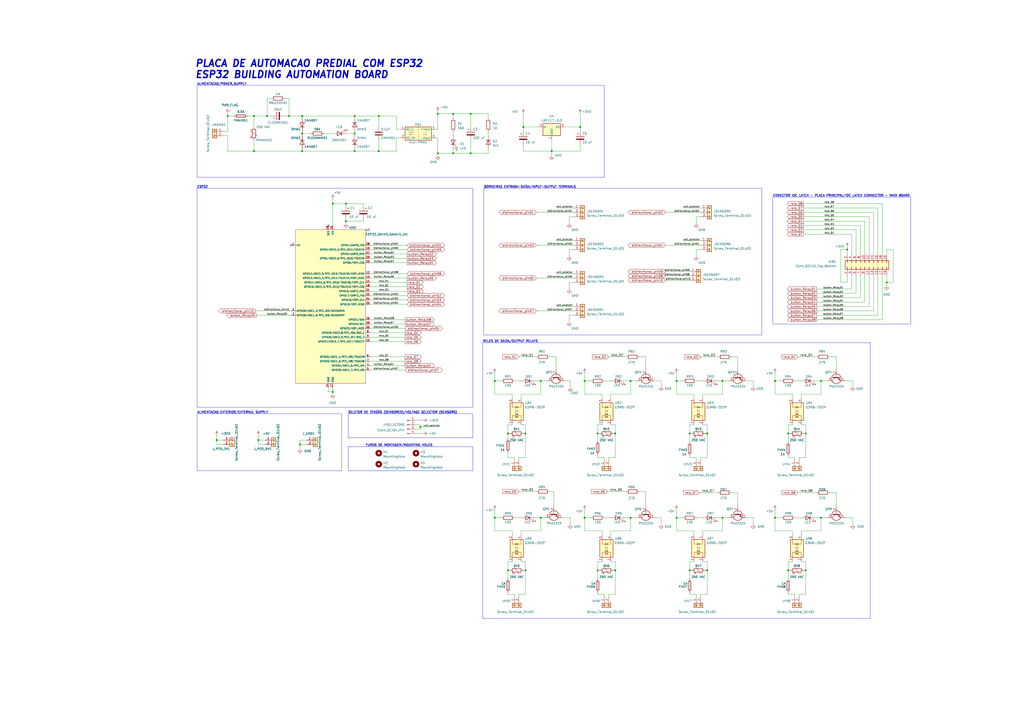
<source format=kicad_sch>
(kicad_sch (version 20231120) (generator "eeschema") (generator_version "8.0")
  (paper "A2")
  (junction (at 476.25 220.98))
  (junction (at 149.86 255.27))
  (junction (at 173.99 257.81))
  (junction (at 147.32 87.63))
  (junction (at 254 88.9))
  (junction (at 410.21 251.46))
  (junction (at 313.69 220.98))
  (junction (at 346.71 330.835))
  (junction (at 287.02 220.98))
  (junction (at 193.04 227.33))
  (junction (at 294.64 251.46))
  (junction (at 356.87 330.835))
  (junction (at 304.8 251.46))
  (junction (at 410.21 330.835))
  (junction (at 262.89 66.04))
  (junction (at 365.76 300.355))
  (junction (at 303.53 73.66))
  (junction (at 449.58 300.355))
  (junction (at 154.94 67.31))
  (junction (at 400.05 251.46))
  (junction (at 175.26 77.47))
  (junction (at 419.1 220.98))
  (junction (at 392.43 220.98))
  (junction (at 273.05 66.04))
  (junction (at 200.66 128.27))
  (junction (at 205.74 87.63))
  (junction (at 320.04 87.63))
  (junction (at 346.71 251.46))
  (junction (at 125.73 255.27))
  (junction (at 356.87 251.46))
  (junction (at 339.09 300.355))
  (junction (at 514.35 163.83))
  (junction (at 294.64 330.835))
  (junction (at 262.89 88.9))
  (junction (at 243.84 247.65))
  (junction (at 304.8 330.835))
  (junction (at 219.71 87.63))
  (junction (at 132.08 67.31))
  (junction (at 365.76 220.98))
  (junction (at 419.1 300.355))
  (junction (at 491.49 144.78))
  (junction (at 339.09 220.98))
  (junction (at 273.05 88.9))
  (junction (at 336.55 73.66))
  (junction (at 254 66.04))
  (junction (at 313.69 300.355))
  (junction (at 392.43 300.355))
  (junction (at 147.32 67.31))
  (junction (at 457.2 330.835))
  (junction (at 467.36 330.835))
  (junction (at 400.05 330.835))
  (junction (at 205.74 77.47))
  (junction (at 175.26 67.31))
  (junction (at 476.25 300.355))
  (junction (at 449.58 220.98))
  (junction (at 467.36 251.46))
  (junction (at 167.64 67.31))
  (junction (at 175.26 87.63))
  (junction (at 219.71 67.31))
  (junction (at 287.02 300.355))
  (junction (at 205.74 67.31))
  (junction (at 193.04 118.11))
  (junction (at 457.2 251.46))
  (junction (at 200.66 118.11))
  (no_connect (at 168.91 142.24))
  (no_connect (at 190.5 130.81))
  (wire (pts (xy 283.21 76.2) (xy 283.21 78.74)))
  (wire (pts (xy 354.333 246.3787) (xy 356.87 246.38)))
  (wire (pts (xy 200.66 77.47) (xy 205.74 77.47)))
  (wire (pts (xy 330.2 167.64) (xy 330.2 163.83)))
  (wire (pts (xy 419.1 220.98) (xy 419.1 228.6)))
  (wire (pts (xy 370.84 285.115) (xy 374.65 285.115)))
  (wire (pts (xy 518.16 163.83) (xy 514.35 163.83)))
  (wire (pts (xy 214.63 168.91) (xy 236.22 168.91)))
  (wire (pts (xy 346.71 263.525) (xy 346.71 265.43)))
  (wire (pts (xy 346.71 344.805) (xy 350.52 344.805)))
  (wire (pts (xy 294.64 330.835) (xy 294.64 325.755)))
  (wire (pts (xy 330.2 163.83) (xy 332.74 163.83)))
  (wire (pts (xy 461.01 300.355) (xy 464.82 300.355)))
  (wire (pts (xy 379.73 300.355) (xy 383.54 300.355)))
  (wire (pts (xy 153.67 255.27) (xy 149.86 255.27)))
  (wire (pts (xy 214.63 149.86) (xy 236.22 149.86)))
  (wire (pts (xy 167.64 67.31) (xy 165.1 67.31)))
  (wire (pts (xy 383.54 220.98) (xy 383.54 224.155)))
  (wire (pts (xy 173.99 260.35) (xy 173.99 257.81)))
  (wire (pts (xy 190.5 224.79) (xy 190.5 227.33)))
  (wire (pts (xy 294.64 344.805) (xy 298.45 344.805)))
  (wire (pts (xy 365.76 220.98) (xy 369.57 220.98)))
  (wire (pts (xy 405.765 285.75) (xy 416.56 285.75)))
  (wire (pts (xy 287.02 220.98) (xy 290.83 220.98)))
  (wire (pts (xy 349.25 307.975) (xy 349.253 310.5137)))
  (wire (pts (xy 330.2 144.78) (xy 332.74 144.78)))
  (wire (pts (xy 392.43 300.355) (xy 396.24 300.355)))
  (wire (pts (xy 356.87 330.835) (xy 356.87 344.805)))
  (wire (pts (xy 200.66 128.27) (xy 200.66 129.54)))
  (wire (pts (xy 401.32 251.46) (xy 400.05 251.46)))
  (wire (pts (xy 294.64 265.43) (xy 298.45 265.43)))
  (wire (pts (xy 175.26 76.2) (xy 175.26 77.47)))
  (wire (pts (xy 300.99 344.805) (xy 300.99 346.075)))
  (polyline (pts (xy 504.825 358.775) (xy 280.035 358.775)))
  (wire (pts (xy 304.8 330.835) (xy 303.53 330.835)))
  (wire (pts (xy 313.69 300.355) (xy 316.23 300.355)))
  (wire (pts (xy 410.21 325.755) (xy 410.21 330.835)))
  (wire (pts (xy 229.87 74.93) (xy 229.87 67.31)))
  (wire (pts (xy 210.82 127) (xy 210.82 128.27)))
  (wire (pts (xy 392.43 220.98) (xy 396.24 220.98)))
  (wire (pts (xy 205.74 67.31) (xy 205.74 68.58)))
  (wire (pts (xy 490.22 220.98) (xy 494.665 220.98)))
  (wire (pts (xy 339.09 300.355) (xy 342.9 300.355)))
  (wire (pts (xy 466.09 128.27) (xy 501.65 128.27)))
  (wire (pts (xy 294.64 330.835) (xy 294.64 335.915)))
  (wire (pts (xy 356.87 325.755) (xy 354.333 325.7537)))
  (wire (pts (xy 132.08 66.04) (xy 132.08 67.31)))
  (wire (pts (xy 236.22 173.99) (xy 214.63 173.99)))
  (wire (pts (xy 287.02 300.355) (xy 287.02 307.975)))
  (wire (pts (xy 336.55 87.63) (xy 336.55 83.82)))
  (wire (pts (xy 322.58 177.8) (xy 332.74 177.8)))
  (wire (pts (xy 214.63 163.83) (xy 236.22 163.83)))
  (wire (pts (xy 466.09 135.89) (xy 494.03 135.89)))
  (wire (pts (xy 347.98 330.835) (xy 346.71 330.835)))
  (wire (pts (xy 467.36 325.755) (xy 467.36 330.835)))
  (wire (pts (xy 407.67 307.975) (xy 407.673 310.5137)))
  (wire (pts (xy 400.05 330.835) (xy 400.05 325.755)))
  (wire (pts (xy 304.8 251.46) (xy 304.8 265.43)))
  (wire (pts (xy 466.09 120.65) (xy 509.27 120.65)))
  (wire (pts (xy 236.22 158.75) (xy 214.63 158.75)))
  (wire (pts (xy 511.81 118.11) (xy 511.81 147.32)))
  (wire (pts (xy 365.76 220.98) (xy 361.95 220.98)))
  (wire (pts (xy 410.21 251.46) (xy 408.94 251.46)))
  (wire (pts (xy 214.63 207.01) (xy 234.95 207.01)))
  (wire (pts (xy 356.87 251.46) (xy 355.6 251.46)))
  (wire (pts (xy 406.4 265.43) (xy 406.4 266.7)))
  (wire (pts (xy 234.95 190.5) (xy 214.63 190.5)))
  (wire (pts (xy 125.73 255.27) (xy 125.73 257.81)))
  (wire (pts (xy 473.71 180.34) (xy 506.73 180.34)))
  (wire (pts (xy 298.45 300.355) (xy 302.26 300.355)))
  (wire (pts (xy 350.52 344.805) (xy 350.52 346.075)))
  (wire (pts (xy 459.74 307.975) (xy 459.74 310.515)))
  (wire (pts (xy 236.22 142.24) (xy 214.63 142.24)))
  (wire (pts (xy 410.21 330.835) (xy 410.21 344.805)))
  (wire (pts (xy 193.04 227.33) (xy 193.04 228.6)))
  (wire (pts (xy 262.89 68.58) (xy 262.89 66.04)))
  (wire (pts (xy 302.26 228.6) (xy 313.69 228.6)))
  (wire (pts (xy 402.59 228.6) (xy 402.593 231.1387)))
  (wire (pts (xy 463.55 265.43) (xy 463.55 266.7)))
  (wire (pts (xy 392.43 220.98) (xy 392.43 228.6)))
  (wire (pts (xy 125.73 252.73) (xy 125.73 255.27)))
  (wire (pts (xy 168.91 182.88) (xy 148.59 182.88)))
  (wire (pts (xy 303.53 73.66) (xy 303.53 76.2)))
  (wire (pts (xy 458.47 251.46) (xy 457.2 251.46)))
  (wire (pts (xy 214.63 212.09) (xy 234.95 212.09)))
  (wire (pts (xy 205.74 67.31) (xy 219.71 67.31)))
  (wire (pts (xy 339.09 307.975) (xy 349.25 307.975)))
  (wire (pts (xy 400.05 251.46) (xy 400.05 246.38)))
  (wire (pts (xy 167.64 57.15) (xy 167.64 67.31)))
  (wire (pts (xy 287.02 300.355) (xy 290.83 300.355)))
  (wire (pts (xy 243.84 246.38) (xy 243.84 247.65)))
  (wire (pts (xy 303.53 66.04) (xy 303.53 73.66)))
  (wire (pts (xy 461.01 220.98) (xy 464.82 220.98)))
  (wire (pts (xy 466.09 133.35) (xy 496.57 133.35)))
  (wire (pts (xy 214.63 147.32) (xy 236.22 147.32)))
  (wire (pts (xy 396.24 120.65) (xy 406.4 120.65)))
  (wire (pts (xy 481.33 207.01) (xy 485.14 207.01)))
  (wire (pts (xy 229.87 80.01) (xy 229.87 87.63)))
  (wire (pts (xy 496.57 133.35) (xy 496.57 147.32)))
  (wire (pts (xy 410.21 330.835) (xy 408.94 330.835)))
  (wire (pts (xy 449.58 216.535) (xy 449.58 220.98)))
  (wire (pts (xy 346.71 343.535) (xy 346.71 344.805)))
  (wire (pts (xy 294.64 343.535) (xy 294.64 344.805)))
  (wire (pts (xy 214.63 152.4) (xy 236.22 152.4)))
  (wire (pts (xy 487.68 163.83) (xy 487.68 144.78)))
  (wire (pts (xy 339.09 295.91) (xy 339.09 300.355)))
  (wire (pts (xy 295.91 330.835) (xy 294.64 330.835)))
  (wire (pts (xy 294.64 251.46) (xy 294.64 246.38)))
  (wire (pts (xy 330.2 129.54) (xy 330.2 125.73)))
  (wire (pts (xy 506.73 123.19) (xy 506.73 147.32)))
  (wire (pts (xy 297.18 307.975) (xy 297.18 310.515)))
  (wire (pts (xy 313.69 220.98) (xy 309.88 220.98)))
  (wire (pts (xy 403.86 148.59) (xy 403.86 144.78)))
  (wire (pts (xy 214.63 166.37) (xy 236.22 166.37)))
  (wire (pts (xy 386.08 142.24) (xy 406.4 142.24)))
  (wire (pts (xy 125.73 255.27) (xy 129.54 255.27)))
  (wire (pts (xy 374.65 285.115) (xy 374.65 292.735)))
  (wire (pts (xy 318.77 285.115) (xy 321.31 285.115)))
  (wire (pts (xy 175.26 87.63) (xy 205.74 87.63)))
  (wire (pts (xy 485.14 207.01) (xy 485.14 213.36)))
  (wire (pts (xy 476.25 220.98) (xy 472.44 220.98)))
  (wire (pts (xy 304.8 251.46) (xy 303.53 251.46)))
  (wire (pts (xy 303.53 73.66) (xy 312.42 73.66)))
  (wire (pts (xy 485.14 285.75) (xy 485.14 292.735)))
  (wire (pts (xy 320.04 81.28) (xy 320.04 87.63)))
  (wire (pts (xy 236.22 171.45) (xy 214.63 171.45)))
  (wire (pts (xy 283.21 86.36) (xy 283.21 88.9)))
  (wire (pts (xy 313.69 220.98) (xy 313.69 228.6)))
  (wire (pts (xy 330.2 125.73) (xy 332.74 125.73)))
  (wire (pts (xy 193.04 118.11) (xy 200.66 118.11)))
  (wire (pts (xy 494.665 300.355) (xy 494.665 304.165)))
  (wire (pts (xy 205.74 87.63) (xy 219.71 87.63)))
  (wire (pts (xy 466.09 130.81) (xy 499.11 130.81)))
  (wire (pts (xy 403.86 344.805) (xy 403.86 346.075)))
  (wire (pts (xy 322.58 207.01) (xy 322.58 213.36)))
  (wire (pts (xy 173.99 257.81) (xy 173.99 255.27)))
  (wire (pts (xy 402.59 307.975) (xy 402.593 310.5137)))
  (wire (pts (xy 403.86 220.98) (xy 407.67 220.98)))
  (wire (pts (xy 464.82 307.975) (xy 464.82 310.515)))
  (wire (pts (xy 287.02 216.535) (xy 287.02 220.98)))
  (wire (pts (xy 506.73 160.02) (xy 506.73 180.34)))
  (wire (pts (xy 436.88 220.98) (xy 436.88 224.155)))
  (wire (pts (xy 330.2 186.69) (xy 330.2 182.88)))
  (wire (pts (xy 205.74 77.47) (xy 205.74 78.74)))
  (wire (pts (xy 298.45 265.43) (xy 298.45 266.7)))
  (wire (pts (xy 458.47 330.835) (xy 457.2 330.835)))
  (wire (pts (xy 514.35 163.83) (xy 514.35 165.735)))
  (wire (pts (xy 419.1 300.355) (xy 422.91 300.355)))
  (wire (pts (xy 427.99 285.75) (xy 427.99 292.735)))
  (wire (pts (xy 330.835 220.98) (xy 327.66 220.98)))
  (wire (pts (xy 449.58 300.355) (xy 449.58 307.975)))
  (wire (pts (xy 252.73 80.01) (xy 254 80.01)))
  (wire (pts (xy 407.67 228.6) (xy 407.673 231.1387)))
  (wire (pts (xy 356.87 325.755) (xy 356.87 330.835)))
  (wire (pts (xy 473.71 167.64) (xy 494.03 167.64)))
  (wire (pts (xy 318.77 207.01) (xy 322.58 207.01)))
  (wire (pts (xy 457.2 251.46) (xy 457.2 246.38)))
  (wire (pts (xy 339.09 220.98) (xy 342.9 220.98)))
  (wire (pts (xy 339.09 300.355) (xy 339.09 307.975)))
  (wire (pts (xy 295.91 251.46) (xy 294.64 251.46)))
  (wire (pts (xy 401.32 330.835) (xy 400.05 330.835)))
  (wire (pts (xy 473.71 182.88) (xy 509.27 182.88)))
  (wire (pts (xy 143.51 67.31) (xy 147.32 67.31)))
  (wire (pts (xy 262.89 88.9) (xy 273.05 88.9)))
  (wire (pts (xy 504.19 160.02) (xy 504.19 177.8)))
  (wire (pts (xy 400.05 251.46) (xy 400.05 256.54)))
  (wire (pts (xy 461.01 265.43) (xy 461.01 266.7)))
  (wire (pts (xy 463.55 344.805) (xy 463.55 346.075)))
  (wire (pts (xy 313.69 300.355) (xy 313.69 307.975)))
  (wire (pts (xy 494.665 220.98) (xy 494.665 224.155)))
  (wire (pts (xy 356.87 330.835) (xy 355.6 330.835)))
  (wire (pts (xy 283.21 66.04) (xy 273.05 66.04)))
  (wire (pts (xy 346.71 330.835) (xy 346.71 325.755)))
  (wire (pts (xy 254 64.77) (xy 254 66.04)))
  (wire (pts (xy 467.36 265.43) (xy 463.55 265.43)))
  (wire (pts (xy 353.06 344.805) (xy 353.06 346.075)))
  (wire (pts (xy 300.99 207.01) (xy 311.15 207.01)))
  (wire (pts (xy 336.55 66.04) (xy 336.55 73.66)))
  (wire (pts (xy 346.71 251.46) (xy 346.71 255.905)))
  (wire (pts (xy 410.21 325.755) (xy 407.673 325.7537)))
  (wire (pts (xy 330.2 182.88) (xy 332.74 182.88)))
  (wire (pts (xy 356.87 265.43) (xy 353.06 265.43)))
  (wire (pts (xy 354.33 307.975) (xy 365.76 307.975)))
  (wire (pts (xy 129.54 78.74) (xy 132.08 78.74)))
  (wire (pts (xy 175.26 77.47) (xy 175.26 78.74)))
  (wire (pts (xy 467.36 344.805) (xy 463.55 344.805)))
  (wire (pts (xy 459.74 228.6) (xy 459.74 231.14)))
  (wire (pts (xy 514.35 147.32) (xy 514.35 144.78)))
  (wire (pts (xy 473.71 175.26) (xy 501.65 175.26)))
  (wire (pts (xy 467.36 246.38) (xy 464.82 246.38)))
  (wire (pts (xy 304.8 330.835) (xy 304.8 344.805)))
  (wire (pts (xy 262.89 86.36) (xy 262.89 88.9)))
  (wire (pts (xy 365.76 220.98) (xy 365.76 228.6)))
  (wire (pts (xy 175.26 87.63) (xy 175.26 86.36)))
  (wire (pts (xy 302.26 307.975) (xy 302.26 310.515)))
  (wire (pts (xy 457.2 251.46) (xy 457.2 256.54)))
  (wire (pts (xy 386.08 162.56) (xy 400.05 162.56)))
  (wire (pts (xy 501.65 160.02) (xy 501.65 175.26)))
  (wire (pts (xy 214.63 209.55) (xy 234.95 209.55)))
  (wire (pts (xy 467.36 251.46) (xy 466.09 251.46)))
  (wire (pts (xy 466.09 123.19) (xy 506.73 123.19)))
  (polyline (pts (xy 504.825 198.755) (xy 504.825 358.775)))
  (wire (pts (xy 254 66.04) (xy 262.89 66.04)))
  (wire (pts (xy 400.05 330.835) (xy 400.05 335.915)))
  (wire (pts (xy 330.835 300.355) (xy 330.835 304.165)))
  (wire (pts (xy 125.73 257.81) (xy 129.54 257.81)))
  (wire (pts (xy 392.43 295.91) (xy 392.43 300.355)))
  (wire (pts (xy 304.8 325.755) (xy 302.26 325.755)))
  (wire (pts (xy 403.86 129.54) (xy 403.86 125.73)))
  (wire (pts (xy 304.8 246.38) (xy 304.8 251.46)))
  (wire (pts (xy 132.08 76.2) (xy 132.08 67.31)))
  (wire (pts (xy 339.09 216.535) (xy 339.09 220.98)))
  (wire (pts (xy 187.96 77.47) (xy 193.04 77.47)))
  (wire (pts (xy 467.36 325.755) (xy 464.82 325.755)))
  (wire (pts (xy 236.22 144.78) (xy 214.63 144.78)))
  (wire (pts (xy 407.67 228.6) (xy 419.1 228.6)))
  (wire (pts (xy 304.8 325.755) (xy 304.8 330.835)))
  (wire (pts (xy 304.8 344.805) (xy 300.99 344.805)))
  (wire (pts (xy 410.21 344.805) (xy 406.4 344.805)))
  (wire (pts (xy 499.11 160.02) (xy 499.11 172.72)))
  (wire (pts (xy 466.09 125.73) (xy 504.19 125.73)))
  (wire (pts (xy 496.57 160.02) (xy 496.57 170.18)))
  (wire (pts (xy 313.69 220.98) (xy 317.5 220.98)))
  (wire (pts (xy 427.99 207.01) (xy 427.99 213.36)))
  (wire (pts (xy 403.86 125.73) (xy 406.4 125.73)))
  (wire (pts (xy 283.21 66.04) (xy 283.21 68.58)))
  (wire (pts (xy 154.94 67.31) (xy 157.48 67.31)))
  (wire (pts (xy 330.2 148.59) (xy 330.2 144.78)))
  (wire (pts (xy 406.4 207.01) (xy 416.56 207.01)))
  (wire (pts (xy 346.71 246.38) (xy 349.253 246.3787)))
  (wire (pts (xy 311.15 180.34) (xy 332.74 180.34)))
  (wire (pts (xy 167.64 67.31) (xy 175.26 67.31)))
  (wire (pts (xy 419.1 220.98) (xy 415.29 220.98)))
  (wire (pts (xy 148.59 180.34) (xy 168.91 180.34)))
  (wire (pts (xy 410.21 265.43) (xy 406.4 265.43)))
  (wire (pts (xy 466.09 118.11) (xy 511.81 118.11)))
  (wire (pts (xy 504.19 125.73) (xy 504.19 147.32)))
  (wire (pts (xy 356.87 246.38) (xy 356.87 251.46)))
  (wire (pts (xy 283.21 88.9) (xy 273.05 88.9)))
  (wire (pts (xy 147.32 87.63) (xy 175.26 87.63)))
  (wire (pts (xy 352.425 285.115) (xy 363.22 285.115)))
  (wire (pts (xy 200.66 119.38) (xy 200.66 118.11)))
  (wire (pts (xy 339.09 220.98) (xy 339.09 228.6)))
  (wire (pts (xy 311.15 142.24) (xy 332.74 142.24)))
  (wire (pts (xy 304.8 265.43) (xy 300.99 265.43)))
  (wire (pts (xy 449.58 300.355) (xy 453.39 300.355)))
  (wire (pts (xy 491.49 160.02) (xy 491.49 163.83)))
  (wire (pts (xy 436.88 300.355) (xy 436.88 304.165)))
  (wire (pts (xy 273.05 81.28) (xy 273.05 88.9)))
  (wire (pts (xy 219.71 67.31) (xy 219.71 73.66)))
  (wire (pts (xy 190.5 227.33) (xy 193.04 227.33)))
  (wire (pts (xy 400.05 264.16) (xy 400.05 265.43)))
  (wire (pts (xy 175.26 67.31) (xy 175.26 68.58)))
  (wire (pts (xy 214.63 161.29) (xy 236.22 161.29)))
  (wire (pts (xy 311.15 123.19) (xy 332.74 123.19)))
  (wire (pts (xy 467.36 330.835) (xy 466.09 330.835)))
  (wire (pts (xy 327.66 73.66) (xy 336.55 73.66)))
  (wire (pts (xy 462.915 285.75) (xy 473.71 285.75)))
  (wire (pts (xy 254 88.9) (xy 254 90.17)))
  (wire (pts (xy 234.95 214.63) (xy 214.63 214.63)))
  (wire (pts (xy 175.26 77.47) (xy 180.34 77.47)))
  (wire (pts (xy 464.82 307.975) (xy 476.25 307.975)))
  (wire (pts (xy 407.67 307.975) (xy 419.1 307.975)))
  (wire (pts (xy 392.43 216.535) (xy 392.43 220.98)))
  (wire (pts (xy 262.89 76.2) (xy 262.89 78.74)))
  (wire (pts (xy 287.02 220.98) (xy 287.02 228.6)))
  (wire (pts (xy 210.82 128.27) (xy 200.66 128.27)))
  (wire (pts (xy 173.99 255.27) (xy 177.8 255.27)))
  (wire (pts (xy 494.03 135.89) (xy 494.03 147.32)))
  (wire (pts (xy 294.64 262.255) (xy 294.64 265.43)))
  (wire (pts (xy 193.04 115.57) (xy 193.04 118.11)))
  (wire (pts (xy 433.07 300.355) (xy 436.88 300.355)))
  (wire (pts (xy 200.66 127) (xy 200.66 128.27)))
  (wire (pts (xy 154.94 57.15) (xy 154.94 67.31)))
  (wire (pts (xy 356.87 251.46) (xy 356.87 265.43)))
  (wire (pts (xy 154.94 57.15) (xy 157.48 57.15)))
  (wire (pts (xy 419.1 220.98) (xy 422.91 220.98)))
  (wire (pts (xy 462.915 207.01) (xy 473.71 207.01)))
  (wire (pts (xy 167.64 57.15) (xy 165.1 57.15)))
  (wire (pts (xy 457.2 265.43) (xy 461.01 265.43)))
  (wire (pts (xy 403.86 265.43) (xy 403.86 266.7)))
  (wire (pts (xy 487.68 144.78) (xy 491.49 144.78)))
  (wire (pts (xy 365.76 300.355) (xy 369.57 300.355)))
  (wire (pts (xy 457.2 343.535) (xy 457.2 344.805)))
  (wire (pts (xy 449.58 295.91) (xy 449.58 300.355)))
  (wire (pts (xy 400.05 325.755) (xy 402.593 325.7537)))
  (wire (pts (xy 322.58 158.75) (xy 332.74 158.75)))
  (wire (pts (xy 214.63 198.12) (xy 234.95 198.12)))
  (wire (pts (xy 219.71 81.28) (xy 219.71 87.63)))
  (wire (pts (xy 403.86 300.355) (xy 407.67 300.355)))
  (wire (pts (xy 303.53 87.63) (xy 320.04 87.63)))
  (wire (pts (xy 347.98 251.46) (xy 346.71 251.46)))
  (wire (pts (xy 449.58 228.6) (xy 459.74 228.6)))
  (wire (pts (xy 501.65 128.27) (xy 501.65 147.32)))
  (wire (pts (xy 322.58 120.65) (xy 332.74 120.65)))
  (wire (pts (xy 473.71 170.18) (xy 496.57 170.18)))
  (polyline (pts (xy 280.035 198.755) (xy 504.825 198.755)))
  (wire (pts (xy 350.52 300.355) (xy 354.33 300.355)))
  (wire (pts (xy 518.16 144.78) (xy 518.16 163.83)))
  (wire (pts (xy 313.69 300.355) (xy 309.88 300.355)))
  (wire (pts (xy 287.02 295.91) (xy 287.02 300.355)))
  (wire (pts (xy 303.53 83.82) (xy 303.53 87.63)))
  (wire (pts (xy 214.63 187.96) (xy 234.95 187.96)))
  (wire (pts (xy 153.67 257.81) (xy 149.86 257.81)))
  (wire (pts (xy 273.05 73.66) (xy 273.05 66.04)))
  (wire (pts (xy 365.76 300.355) (xy 365.76 307.975)))
  (wire (pts (xy 481.33 285.75) (xy 485.14 285.75)))
  (wire (pts (xy 173.99 257.81) (xy 177.8 257.81)))
  (wire (pts (xy 457.2 325.755) (xy 459.74 325.755)))
  (wire (pts (xy 365.76 300.355) (xy 361.95 300.355)))
  (wire (pts (xy 449.58 220.98) (xy 449.58 228.6)))
  (wire (pts (xy 457.2 344.805) (xy 461.01 344.805)))
  (wire (pts (xy 424.18 207.01) (xy 427.99 207.01)))
  (wire (pts (xy 509.27 160.02) (xy 509.27 182.88)))
  (wire (pts (xy 491.49 143.51) (xy 491.49 144.78)))
  (wire (pts (xy 473.71 172.72) (xy 499.11 172.72)))
  (wire (pts (xy 354.33 228.6) (xy 354.333 231.1387)))
  (wire (pts (xy 311.15 161.29) (xy 332.74 161.29)))
  (wire (pts (xy 232.41 80.01) (xy 229.87 80.01)))
  (wire (pts (xy 205.74 87.63) (xy 205.74 86.36)))
  (wire (pts (xy 214.63 195.58) (xy 234.95 195.58)))
  (wire (pts (xy 410.21 246.38) (xy 410.21 251.46)))
  (wire (pts (xy 511.81 160.02) (xy 511.81 185.42)))
  (polyline (pts (xy 280.035 198.755) (xy 280.035 358.775)))
  (wire (pts (xy 339.09 228.6) (xy 349.25 228.6)))
  (wire (pts (xy 214.63 185.42) (xy 234.95 185.42)))
  (wire (pts (xy 400.05 246.38) (xy 402.593 246.3787)))
  (wire (pts (xy 379.73 220.98) (xy 383.54 220.98)))
  (wire (pts (xy 449.58 307.975) (xy 459.74 307.975)))
  (wire (pts (xy 406.4 344.805) (xy 406.4 346.075)))
  (wire (pts (xy 129.54 76.2) (xy 132.08 76.2)))
  (wire (pts (xy 350.52 220.98) (xy 354.33 220.98)))
  (wire (pts (xy 219.71 87.63) (xy 229.87 87.63)))
  (wire (pts (xy 457.2 330.835) (xy 457.2 325.755)))
  (wire (pts (xy 419.1 300.355) (xy 419.1 307.975)))
  (wire (pts (xy 214.63 193.04) (xy 234.95 193.04)))
  (wire (pts (xy 243.84 247.65) (xy 243.84 248.92)))
  (wire (pts (xy 149.86 257.81) (xy 149.86 255.27)))
  (wire (pts (xy 476.25 300.355) (xy 480.06 300.355)))
  (wire (pts (xy 392.43 300.355) (xy 392.43 307.975)))
  (wire (pts (xy 403.86 144.78) (xy 406.4 144.78)))
  (wire (pts (xy 252.73 74.93) (xy 254 74.93)))
  (wire (pts (xy 473.71 177.8) (xy 504.19 177.8)))
  (wire (pts (xy 300.99 265.43) (xy 300.99 266.7)))
  (wire (pts (xy 193.04 118.11) (xy 193.04 130.81)))
  (wire (pts (xy 147.32 67.31) (xy 154.94 67.31)))
  (wire (pts (xy 346.71 265.43) (xy 350.52 265.43)))
  (wire (pts (xy 383.54 300.355) (xy 383.54 304.165)))
  (wire (pts (xy 392.43 228.6) (xy 402.59 228.6)))
  (wire (pts (xy 467.36 251.46) (xy 467.36 265.43)))
  (wire (pts (xy 499.11 130.81) (xy 499.11 147.32)))
  (wire (pts (xy 490.22 300.355) (xy 494.665 300.355)))
  (wire (pts (xy 132.08 87.63) (xy 147.32 87.63)))
  (wire (pts (xy 464.82 228.6) (xy 476.25 228.6)))
  (wire (pts (xy 457.2 330.835) (xy 457.2 335.915)))
  (wire (pts (xy 353.06 207.01) (xy 363.22 207.01)))
  (wire (pts (xy 346.71 325.755) (xy 349.253 325.7537)))
  (wire (pts (xy 147.32 67.31) (xy 147.32 73.66)))
  (wire (pts (xy 354.33 228.6) (xy 365.76 228.6)))
  (wire (pts (xy 356.87 344.805) (xy 353.06 344.805)))
  (wire (pts (xy 400.05 343.535) (xy 400.05 344.805)))
  (wire (pts (xy 514.35 160.02) (xy 514.35 163.83)))
  (wire (pts (xy 330.835 224.79) (xy 330.835 220.98)))
  (wire (pts (xy 467.36 246.38) (xy 467.36 251.46)))
  (wire (pts (xy 262.89 66.04) (xy 273.05 66.04)))
  (wire (pts (xy 514.35 144.78) (xy 518.16 144.78)))
  (wire (pts (xy 392.43 307.975) (xy 402.59 307.975)))
  (wire (pts (xy 255.27 247.65) (xy 243.84 247.65)))
  (wire (pts (xy 457.2 264.16) (xy 457.2 265.43)))
  (wire (pts (xy 245.11 243.84) (xy 241.3 243.84)))
  (wire (pts (xy 298.45 220.98) (xy 302.26 220.98)))
  (wire (pts (xy 410.21 251.46) (xy 410.21 265.43)))
  (wire (pts (xy 232.41 74.93) (xy 229.87 74.93)))
  (wire (pts (xy 304.8 246.38) (xy 302.26 246.38)))
  (wire (pts (xy 132.08 67.31) (xy 135.89 67.31)))
  (wire (pts (xy 346.71 251.46) (xy 346.71 246.38)))
  (wire (pts (xy 326.39 300.355) (xy 330.835 300.355)))
  (wire (pts (xy 294.64 325.755) (xy 297.18 325.755)))
  (wire (pts (xy 298.45 344.805) (xy 298.45 346.075)))
  (wire (pts (xy 219.71 67.31) (xy 229.87 67.31)))
  (wire (pts (xy 476.25 220.98) (xy 480.06 220.98)))
  (wire (pts (xy 336.55 73.66) (xy 336.55 76.2)))
  (wire (pts (xy 419.1 300.355) (xy 415.29 300.355)))
  (wire (pts (xy 353.06 265.43) (xy 353.06 266.7)))
  (wire (pts (xy 350.52 265.43) (xy 350.52 266.7)))
  (wire (pts (xy 424.18 285.75) (xy 427.99 285.75)))
  (wire (pts (xy 302.26 228.6) (xy 302.26 231.14)))
  (wire (pts (xy 175.26 67.31) (xy 205.74 67.31)))
  (wire (pts (xy 400.05 344.805) (xy 403.86 344.805)))
  (wire (pts (xy 297.18 228.6) (xy 297.18 231.14)))
  (wire (pts (xy 467.36 330.835) (xy 467.36 344.805)))
  (wire (pts (xy 205.74 76.2) (xy 205.74 77.47)))
  (wire (pts (xy 287.02 307.975) (xy 297.18 307.975)))
  (wire (pts (xy 147.32 81.28) (xy 147.32 87.63)))
  (wire (pts (xy 346.71 330.835) (xy 346.71 335.915)))
  (wire (pts (xy 241.3 246.38) (xy 243.84 246.38)))
  (wire (pts (xy 349.25 228.6) (xy 349.253 231.1387)))
  (wire (pts (xy 491.49 144.78) (xy 491.49 147.32)))
  (wire (pts (xy 302.26 307.975) (xy 313.69 307.975)))
  (wire (pts (xy 354.33 307.975) (xy 354.333 310.5137)))
  (wire (pts (xy 457.2 246.38) (xy 459.74 246.38)))
  (wire (pts (xy 149.86 255.27) (xy 149.86 252.73)))
  (wire (pts (xy 410.21 246.38) (xy 407.673 246.3787)))
  (wire (pts (xy 476.25 220.98) (xy 476.25 228.6)))
  (wire (pts (xy 464.82 228.6) (xy 464.82 231.14)))
  (wire (pts (xy 386.08 123.19) (xy 406.4 123.19)))
  (wire (pts (xy 370.84 207.01) (xy 374.65 207.01)))
  (wire (pts (xy 476.25 300.355) (xy 472.44 300.355)))
  (wire (pts (xy 193.04 224.79) (xy 193.04 227.33)))
  (wire (pts (xy 320.04 87.63) (xy 320.04 90.17)))
  (wire (pts (xy 243.84 248.92) (xy 241.3 248.92)))
  (wire (pts (xy 210.82 118.11) (xy 200.66 118.11)))
  (wire (pts (xy 322.58 139.7) (xy 332.74 139.7)))
  (wire (pts (xy 509.27 120.65) (xy 509.27 147.32)))
  (wire (pts (xy 254 66.04) (xy 254 74.93)))
  (wire (pts (xy 254 80.01) (xy 254 88.9)))
  (wire (pts (xy 433.07 220.98) (xy 436.88 220.98)))
  (wire (pts (xy 461.01 344.805) (xy 461.01 346.075)))
  (wire (pts (xy 491.49 163.83) (xy 487.68 163.83)))
  (wire (pts (xy 294.64 251.46) (xy 294.64 254.635)))
  (wire (pts (xy 374.65 207.01) (xy 374.65 213.36)))
  (wire (pts (xy 476.25 300.355) (xy 476.25 307.975)))
  (wire (pts (xy 449.58 220.98) (xy 453.39 220.98)))
  (wire (pts (xy 287.02 228.6) (xy 297.18 228.6)))
  (wire (pts (xy 300.99 285.115) (xy 311.15 285.115)))
  (wire (pts (xy 254 88.9) (xy 262.89 88.9)))
  (wire (pts (xy 494.03 160.02) (xy 494.03 167.64)))
  (wire (pts (xy 473.71 185.42) (xy 511.81 185.42)))
  (wire (pts (xy 294.64 246.38) (xy 297.18 246.38)))
  (wire (pts (xy 321.31 285.115) (xy 321.31 292.735)))
  (wire (pts (xy 236.22 176.53) (xy 214.63 176.53)))
  (wire (pts (xy 400.05 265.43) (xy 403.86 265.43)))
  (wire (pts (xy 396.24 139.7) (xy 406.4 139.7)))
  (wire (pts (xy 386.08 157.48) (xy 400.05 157.48)))
  (wire (pts (xy 320.04 87.63) (xy 336.55 87.63)))
  (wire (pts (xy 386.08 160.02) (xy 400.05 160.02)))
  (wire (pts (xy 241.3 251.46) (xy 245.11 251.46)))
  (wire (pts (xy 210.82 119.38) (xy 210.82 118.11)))
  (wire (pts (xy 132.08 78.74) (xy 132.08 87.63)))
  (rectangle (start 280.67 109.22) (end 441.96 194.31))
  (rectangle (start 114.3 240.03) (end 198.12 273.05))
  (rectangle (start 114.3 109.22) (end 274.32 236.22))
  (rectangle (start 114.3 49.53) (end 350.52 102.87))
  (rectangle (start 448.31 114.3) (end 528.32 187.96))
  (rectangle (start 201.93 259.08) (end 274.32 273.05))
  (rectangle (start 201.93 240.03) (end 274.32 254))
  (text "FUROS DE MONTAGEM/MOUNTING HOLES" (at 212.09 259.08 0) (effects (font (size 1.27 1.27) (thickness 0.254) (bold yes)) (justify left bottom)))
  (text "ALIMENTACAO EXTERIOR/EXTERNAL SUPPLY" (at 114.3 240.03 0) (effects (font (size 1.27 1.27) (thickness 0.254) (bold yes)) (justify left bottom)))
  (text "BORNEIRAS ENTRADA-SAÍDA/INPUT-OUTPUT TERMINALS" (at 280.67 109.22 0) (effects (font (size 1.27 1.27) (bold yes)) (justify left bottom)))
  (text "ALIMENTACAO/POWER_SUPPLY" (at 114.3 49.53 0) (effects (font (size 1.27 1.27) (thickness 0.254) (bold yes)) (justify left bottom)))
  (text "CONECTOR IDC LATCH - PLACA PRINCIPAL/IDC LATCH CONNECTOR - MAIN BOARD" (at 448.31 114.3 0) (effects (font (size 1.27 1.27) (thickness 0.254) (bold yes)) (justify left bottom)))
  (text "PLACA DE AUTOMACAO PREDIAL COM ESP32\nESP32 BUILDING AUTOMATION BOARD" (at 113.03 45.72 0) (effects (font (size 4 4) (thickness 0.8) (bold yes) (italic yes)) (justify left bottom)))
  (text "SELETOR DE TENSÃO (SENSORES)/VOLTAGE SELECTOR (SENSORS)" (at 201.93 240.03 0) (effects (font (size 1.27 1.27) (thickness 0.254) (bold yes)) (justify left bottom)))
  (text "ESP32" (at 114.3 109.22 0) (effects (font (size 1.27 1.27) (thickness 0.254) (bold yes)) (justify left bottom)))
  (text "RELES DE SAIDA/OUTPUT RELAYS" (at 280.035 198.755 0) (effects (font (size 1.27 1.27) (thickness 0.254) (bold yes)) (justify left bottom)))
  (label "button_Relay01" (at 228.6 212.09 180) (effects (font (size 1 1))))
  (label "rele_06" (at 483.87 123.19 180) (effects (font (size 1 1))))
  (label "button_Relay04" (at 477.52 175.26 0) (effects (font (size 1 1))))
  (label "bidirectional_pin10" (at 386.08 162.56 0) (effects (font (size 1 1))))
  (label "button_Relay07" (at 228.6 187.96 180) (effects (font (size 1 1))))
  (label "bidirectional_pin02" (at 231.14 171.45 180) (effects (font (size 1 1))))
  (label "rele_06" (at 219.71 198.12 0) (effects (font (size 1 1))))
  (label "button_Relay01" (at 477.52 167.64 0) (effects (font (size 1 1))))
  (label "rele_08" (at 483.87 118.11 180) (effects (font (size 1 1))))
  (label "rele_07" (at 407.035 285.75 0))
  (label "button_Relay07" (at 477.52 182.88 0) (effects (font (size 1 1))))
  (label "bidirectional_pin04" (at 231.14 176.53 180) (effects (font (size 1 1))))
  (label "rele_08" (at 464.185 285.75 0))
  (label "button_Relay06" (at 477.52 180.34 0) (effects (font (size 1 1))))
  (label "rele_06" (at 353.695 285.115 0))
  (label "button_Relay05" (at 477.52 177.8 0) (effects (font (size 1 1))))
  (label "bidirectional_pin08" (at 231.14 158.75 180) (effects (font (size 1 1))))
  (label "rele_02" (at 219.71 166.37 0) (effects (font (size 1 1))))
  (label "bidirectional_pin05" (at 231.14 190.5 180) (effects (font (size 1 1))))
  (label "bidirectional_pin05" (at 317.5 161.29 0) (effects (font (size 1 1))))
  (label "rele_01" (at 483.87 135.89 180) (effects (font (size 1 1))))
  (label "volt_selector" (at 322.58 158.75 0) (effects (font (size 1 1))))
  (label "rele_07" (at 483.87 120.65 180) (effects (font (size 1 1))))
  (label "rele_08" (at 219.71 209.55 0) (effects (font (size 1 1))))
  (label "bidirectional_pin01" (at 317.5 123.19 0) (effects (font (size 1 1))))
  (label "rele_02" (at 483.87 133.35 180) (effects (font (size 1 1))))
  (label "button_Relay03" (at 228.6 149.86 180) (effects (font (size 1 1))))
  (label "bidirectional_pin01" (at 231.14 142.24 180) (effects (font (size 1 1))))
  (label "rele_04" (at 464.185 207.01 0))
  (label "rele_04" (at 219.71 193.04 0) (effects (font (size 1 1))))
  (label "button_Relay04" (at 228.6 152.4 180) (effects (font (size 1 1))))
  (label "bidirectional_pin04" (at 391.16 142.24 0) (effects (font (size 1 1))))
  (label "bidirectional_pin03" (at 317.5 142.24 0) (effects (font (size 1 1))))
  (label "volt_selector" (at 322.58 120.65 0) (effects (font (size 1 1))))
  (label "button_Relay05" (at 154.94 182.88 0) (effects (font (size 1 1))))
  (label "volt_selector" (at 322.58 139.7 0) (effects (font (size 1 1))))
  (label "button_Relay06" (at 228.6 161.29 180) (effects (font (size 1 1))))
  (label "button_Relay08" (at 477.52 185.42 0) (effects (font (size 1 1))))
  (label "bidirectional_pin02" (at 391.16 123.19 0) (effects (font (size 1 1))))
  (label "rele_01" (at 219.71 163.83 0) (effects (font (size 1 1))))
  (label "rele_04" (at 483.87 128.27 180) (effects (font (size 1 1))))
  (label "button_Relay08" (at 228.6 185.42 180) (effects (font (size 1 1))))
  (label "button_Relay03" (at 477.52 172.72 0) (effects (font (size 1 1))))
  (label "rele_05" (at 302.26 285.115 0))
  (label "button_Relay02" (at 477.52 170.18 0) (effects (font (size 1 1))))
  (label "rele_03" (at 407.67 207.01 0))
  (label "bidirectional_pin09" (at 231.14 144.78 180) (effects (font (size 1 1))))
  (label "bidirectional_pin07" (at 231.14 214.63 180) (effects (font (size 1 1))))
  (label "rele_03" (at 219.71 168.91 0) (effects (font (size 1 1))))
  (label "volt_selector" (at 396.24 139.7 0) (effects (font (size 1 1))))
  (label "button_Relay02" (at 228.6 147.32 180) (effects (font (size 1 1))))
  (label "volt_selector" (at 396.24 120.65 0) (effects (font (size 1 1))))
  (label "rele_05" (at 219.71 195.58 0) (effects (font (size 1 1))))
  (label "bidirectional_pin03" (at 231.14 173.99 180) (effects (font (size 1 1))))
  (label "rele_07" (at 219.71 207.01 0) (effects (font (size 1 1))))
  (label "rele_05" (at 483.87 125.73 180) (effects (font (size 1 1))))
  (label "rele_01" (at 302.26 207.01 0))
  (label "bidirectional_pin07" (at 317.5 180.34 0) (effects (font (size 1 1))))
  (label "volt_selector" (at 322.58 177.8 0) (effects (font (size 1 1))))
  (label "rele_03" (at 483.87 130.81 180) (effects (font (size 1 1))))
  (label "volt_selector" (at 255.27 247.65 180) (effects (font (size 1 1))))
  (label "bidirectional_pin08" (at 400.05 160.02 180) (effects (font (size 1 1))))
  (label "bidirectional_pin10" (at 167.64 180.34 180) (effects (font (size 1 1))))
  (label "bidirectional_pin09" (at 400.05 157.48 180) (effects (font (size 1 1))))
  (label "rele_02" (at 354.33 207.01 0))
  (global_label "button_Relay06" (shape output) (at 236.22 161.29 0) (property "Intersheetrefs" "${INTERSHEET_REFS}" (effects (hide yes))))
  (global_label "bidirectional_pin03" (shape bidirectional) (at 236.22 173.99 0) (property "Intersheetrefs" "${INTERSHEET_REFS}" (effects (hide yes))))
  (global_label "rele_04" (shape input) (at 462.915 207.01 180) (property "Intersheetrefs" "${INTERSHEET_REFS}" (effects (hide yes))))
  (global_label "button_Relay02" (shape output) (at 236.22 147.32 0) (property "Intersheetrefs" "${INTERSHEET_REFS}" (effects (hide yes))))
  (global_label "rele_03" (shape input) (at 406.4 207.01 180) (property "Intersheetrefs" "${INTERSHEET_REFS}" (effects (hide yes))))
  (global_label "bidirectional_pin02" (shape bidirectional) (at 236.22 171.45 0) (property "Intersheetrefs" "${INTERSHEET_REFS}" (effects (hide yes))))
  (global_label "bidirectional_pin10" (shape bidirectional) (at 386.08 162.56 180) (property "Intersheetrefs" "${INTERSHEET_REFS}" (effects (hide yes))))
  (global_label "bidirectional_pin07" (shape bidirectional) (at 311.15 180.34 180) (property "Intersheetrefs" "${INTERSHEET_REFS}" (effects (hide yes))))
  (global_label "bidirectional_pin08" (shape bidirectional) (at 236.22 158.75 0) (property "Intersheetrefs" "${INTERSHEET_REFS}" (effects (hide yes))))
  (global_label "rele_07" (shape input) (at 405.765 285.75 180) (property "Intersheetrefs" "${INTERSHEET_REFS}" (effects (hide yes))))
  (global_label "rele_04" (shape output) (at 234.95 193.04 0) (property "Intersheetrefs" "${INTERSHEET_REFS}" (effects (hide yes))))
  (global_label "bidirectional_pin08" (shape bidirectional) (at 386.08 160.02 180) (property "Intersheetrefs" "${INTERSHEET_REFS}" (effects (hide yes))))
  (global_label "button_Relay07" (shape output) (at 473.71 182.88 180) (property "Intersheetrefs" "${INTERSHEET_REFS}" (effects (hide yes))))
  (global_label "button_Relay04" (shape output) (at 236.22 152.4 0) (property "Intersheetrefs" "${INTERSHEET_REFS}" (effects (hide yes))))
  (global_label "bidirectional_pin02" (shape bidirectional) (at 386.08 123.19 180) (property "Intersheetrefs" "${INTERSHEET_REFS}" (effects (hide yes))))
  (global_label "button_Relay06" (shape output) (at 473.71 180.34 180) (property "Intersheetrefs" "${INTERSHEET_REFS}" (effects (hide yes))))
  (global_label "rele_02" (shape output) (at 236.22 166.37 0) (property "Intersheetrefs" "${INTERSHEET_REFS}" (effects (hide yes))))
  (global_label "bidirectional_pin05" (shape bidirectional) (at 311.15 161.29 180) (property "Intersheetrefs" "${INTERSHEET_REFS}" (effects (hide yes))))
  (global_label "rele_07" (shape output) (at 234.95 207.01 0) (property "Intersheetrefs" "${INTERSHEET_REFS}" (effects (hide yes))))
  (global_label "rele_02" (shape output) (at 466.09 133.35 180) (property "Intersheetrefs" "${INTERSHEET_REFS}" (effects (hide yes))))
  (global_label "rele_02" (shape input) (at 353.06 207.01 180) (property "Intersheetrefs" "${INTERSHEET_REFS}" (effects (hide yes))))
  (global_label "bidirectional_pin03" (shape bidirectional) (at 311.15 142.24 180) (property "Intersheetrefs" "${INTERSHEET_REFS}" (effects (hide yes))))
  (global_label "button_Relay08" (shape output) (at 234.95 185.42 0) (property "Intersheetrefs" "${INTERSHEET_REFS}" (effects (hide yes))))
  (global_label "button_Relay05" (shape output) (at 473.71 177.8 180) (property "Intersheetrefs" "${INTERSHEET_REFS}" (effects (hide yes))))
  (global_label "rele_08" (shape input) (at 462.915 285.75 180) (property "Intersheetrefs" "${INTERSHEET_REFS}" (effects (hide yes))))
  (global_label "bidirectional_pin09" (shape bidirectional) (at 236.22 144.78 0) (property "Intersheetrefs" "${INTERSHEET_REFS}" (effects (hide yes))))
  (global_label "bidirectional_pin04" (shape bidirectional) (at 386.08 142.24 180) (property "Intersheetrefs" "${INTERSHEET_REFS}" (effects (hide yes))))
  (global_label "bidirectional_pin09" (shape bidirectional) (at 386.08 157.48 180) (property "Intersheetrefs" "${INTERSHEET_REFS}" (effects (hide yes))))
  (global_label "bidirectional_pin01" (shape bidirectional) (at 236.22 142.24 0) (property "Intersheetrefs" "${INTERSHEET_REFS}" (effects (hide yes))))
  (global_label "bidirectional_pin01" (shape bidirectional) (at 311.15 123.19 180) (property "Intersheetrefs" "${INTERSHEET_REFS}" (effects (hide yes))))
  (global_label "button_Relay01" (shape output) (at 234.95 212.09 0) (property "Intersheetrefs" "${INTERSHEET_REFS}" (effects (hide yes))))
  (global_label "rele_05" (shape input) (at 300.99 285.115 180) (property "Intersheetrefs" "${INTERSHEET_REFS}" (effects (hide yes))))
  (global_label "button_Relay02" (shape output) (at 473.71 170.18 180) (property "Intersheetrefs" "${INTERSHEET_REFS}" (effects (hide yes))))
  (global_label "bidirectional_pin05" (shape bidirectional) (at 234.95 190.5 0) (property "Intersheetrefs" "${INTERSHEET_REFS}" (effects (hide yes))))
  (global_label "rele_08" (shape output) (at 466.09 118.11 180) (property "Intersheetrefs" "${INTERSHEET_REFS}" (effects (hide yes))))
  (global_label "bidirectional_pin04" (shape bidirectional) (at 236.22 176.53 0) (property "Intersheetrefs" "${INTERSHEET_REFS}" (effects (hide yes))))
  (global_label "rele_06" (shape output) (at 234.95 198.12 0) (property "Intersheetrefs" "${INTERSHEET_REFS}" (effects (hide yes))))
  (global_label "rele_07" (shape output) (at 466.09 120.65 180) (property "Intersheetrefs" "${INTERSHEET_REFS}" (effects (hide yes))))
  (global_label "button_Relay05" (shape output) (at 148.59 182.88 180) (property "Intersheetrefs" "${INTERSHEET_REFS}" (effects (hide yes))))
  (global_label "rele_06" (shape input) (at 352.425 285.115 180) (property "Intersheetrefs" "${INTERSHEET_REFS}" (effects (hide yes))))
  (global_label "rele_05" (shape output) (at 234.95 195.58 0) (property "Intersheetrefs" "${INTERSHEET_REFS}" (effects (hide yes))))
  (global_label "rele_01" (shape output) (at 466.09 135.89 180) (property "Intersheetrefs" "${INTERSHEET_REFS}" (effects (hide yes))))
  (global_label "rele_03" (shape output) (at 236.22 168.91 0) (property "Intersheetrefs" "${INTERSHEET_REFS}" (effects (hide yes))))
  (global_label "button_Relay03" (shape output) (at 236.22 149.86 0) (property "Intersheetrefs" "${INTERSHEET_REFS}" (effects (hide yes))))
  (global_label "button_Relay03" (shape output) (at 473.71 172.72 180) (property "Intersheetrefs" "${INTERSHEET_REFS}" (effects (hide yes))))
  (global_label "rele_03" (shape output) (at 466.09 130.81 180) (property "Intersheetrefs" "${INTERSHEET_REFS}" (effects (hide yes))))
  (global_label "button_Relay01" (shape output) (at 473.71 167.64 180) (property "Intersheetrefs" "${INTERSHEET_REFS}" (effects (hide yes))))
  (global_label "rele_01" (shape input) (at 300.99 207.01 180) (property "Intersheetrefs" "${INTERSHEET_REFS}" (effects (hide yes))))
  (global_label "bidirectional_pin07" (shape bidirectional) (at 234.95 214.63 0) (property "Intersheetrefs" "${INTERSHEET_REFS}" (effects (hide yes))))
  (global_label "rele_06" (shape output) (at 466.09 123.19 180) (property "Intersheetrefs" "${INTERSHEET_REFS}" (effects (hide yes))))
  (global_label "rele_05" (shape output) (at 466.09 125.73 180) (property "Intersheetrefs" "${INTERSHEET_REFS}" (effects (hide yes))))
  (global_label "button_Relay07" (shape output) (at 234.95 187.96 0) (property "Intersheetrefs" "${INTERSHEET_REFS}" (effects (hide yes))))
  (global_label "rele_04" (shape output) (at 466.09 128.27 180) (property "Intersheetrefs" "${INTERSHEET_REFS}" (effects (hide yes))))
  (global_label "button_Relay04" (shape output) (at 473.71 175.26 180) (property "Intersheetrefs" "${INTERSHEET_REFS}" (effects (hide yes))))
  (global_label "button_Relay08" (shape output) (at 473.71 185.42 180) (property "Intersheetrefs" "${INTERSHEET_REFS}" (effects (hide yes))))
  (global_label "rele_01" (shape output) (at 236.22 163.83 0) (property "Intersheetrefs" "${INTERSHEET_REFS}" (effects (hide yes))))
  (global_label "rele_08" (shape output) (at 234.95 209.55 0) (property "Intersheetrefs" "${INTERSHEET_REFS}" (effects (hide yes))))
  (global_label "bidirectional_pin10" (shape bidirectional) (at 148.59 180.34 180) (property "Intersheetrefs" "${INTERSHEET_REFS}" (effects (hide yes))))
  (symbol (lib_id "Device:Varistor") (at 351.79 251.46 270) (mirror x) (unit 1)
    (property "Reference" "RV2" (at 351.79 248.92 90))
    (property "Value" "250 VAC" (at 351.79 255.27 90))
    (property "Footprint" "Varistor:RV_Disc_D7mm_W3.4mm_P5mm" (effects (hide yes)))
  )
  (symbol (lib_id "Device:Fuse") (at 400.05 339.725 0) (mirror x) (unit 1)
    (property "Reference" "FHV7" (at 393.7 340.36 0) (effects (justify left)))
    (property "Value" "1A" (at 396.24 338.455 0) (effects (justify left)))
    (property "Footprint" "custom_components_doliveira:Fuseholder_Cylinder-5x20mm_Generic_Horizontal_Closed" (effects (hide yes)))
  )
  (symbol (lib_id "Device:R") (at 294.64 220.98 270) (mirror x) (unit 1)
    (property "Reference" "RR1" (at 294.64 218.44 90))
    (property "Value" "150" (at 294.64 223.52 90))
    (property "Footprint" "Resistor_THT:R_Axial_DIN0207_L6.3mm_D2.5mm_P10.16mm_Horizontal" (effects (hide yes)))
  )
  (symbol (lib_id "Connector:Screw_Terminal_01x02") (at 350.52 271.78 90) (mirror x) (unit 1)
    (property "Reference" "JHV2" (at 347.98 269.24 90) (effects (justify left)))
    (property "Value" "Screw_Terminal_01x02" (at 361.95 275.59 90) (effects (justify left)))
    (property "Footprint" "TerminalBlock_MetzConnect:TerminalBlock_MetzConnect_Type073_RT02602HBLU_1x02_P5.08mm_Horizontal" (effects (hide yes)))
  )
  (symbol (lib_id "Diode:1N4007") (at 205.74 72.39 270) (unit 1)
    (property "Reference" "DHW3" (at 207.01 74.93 90) (effects (justify left)))
    (property "Value" "1N4007" (at 207.01 69.85 90) (effects (justify left)))
    (property "Footprint" "Diode_THT:D_DO-41_SOD81_P10.16mm_Horizontal" (effects (hide yes)))
    (property "Datasheet" "http://www.vishay.com/docs/88503/1n4001.pdf" (effects (hide yes)))
    (property "Sim.Device" "D" (effects (hide yes)))
    (property "Sim.Pins" "1=K 2=A" (effects (hide yes)))
  )
  (symbol (lib_id "power:+5V") (at 245.11 251.46 270) (unit 1)
    (property "Reference" "#PWR010" (effects (hide yes)))
    (property "Value" "+5V" (at 248.92 251.46 90) (effects (justify left)))
  )
  (symbol (lib_id "power:PWR_FLAG") (at 132.08 66.04 0) (unit 1)
    (property "Reference" "#FLG01" (effects (hide yes)))
    (property "Value" "PWR_FLAG" (at 133.35 60.96 0))
  )
  (symbol (lib_id "Device:R") (at 161.29 57.15 90) (unit 1)
    (property "Reference" "RBLEEDER1" (at 161.29 59.69 90))
    (property "Value" "1M" (at 161.29 54.61 90))
    (property "Footprint" "Resistor_THT:R_Axial_DIN0207_L6.3mm_D2.5mm_P7.62mm_Horizontal" (effects (hide yes)))
  )
  (symbol (lib_id "Transistor_BJT:PN2222A") (at 427.99 297.815 90) (mirror x) (unit 1)
    (property "Reference" "QR7" (at 425.45 295.275 90) (effects (justify left)))
    (property "Value" "PN2222A" (at 432.435 303.53 90) (effects (justify left)))
    (property "Footprint" "Package_TO_SOT_THT:TO-92_Inline" (effects (hide yes)))
    (property "Datasheet" "https://www.onsemi.com/pub/Collateral/PN2222-D.PDF" (effects (hide yes)))
  )
  (symbol (lib_id "power:+5V") (at 193.04 115.57 0) (unit 1)
    (property "Reference" "#PWR04" (effects (hide yes)))
    (property "Value" "+5V" (at 195.58 111.76 0))
  )
  (symbol (lib_id "custom_library_doliveira:G3MB-202P") (at 462.28 238.76 90) (mirror x) (unit 1)
    (property "Reference" "UR4" (at 467.36 233.68 90) (effects (justify right)))
    (property "Value" "G3MB-202P" (at 467.36 236.22 90) (effects (justify right)))
    (property "Footprint" "custom_components_doliveira:PTH_W24.5_D5.5_SSR_OMRON_G3MB-202P" (effects (hide yes)))
  )
  (symbol (lib_id "Device:Fuse") (at 139.7 67.31 90) (unit 1)
    (property "Reference" "FMAINS1" (at 139.7 69.85 90))
    (property "Value" "0.5A" (at 139.7 64.77 90))
    (property "Footprint" "custom_components_doliveira:Fuseholder_Cylinder-5x20mm_Generic_Horizontal_Closed" (effects (hide yes)))
  )
  (symbol (lib_id "Device:LED") (at 196.85 77.47 180) (unit 1)
    (property "Reference" "DMAINS1" (at 196.85 81.28 0))
    (property "Value" "LED" (at 196.85 73.66 0))
    (property "Footprint" "LED_THT:LED_D3.0mm" (effects (hide yes)))
  )
  (symbol (lib_id "Device:R") (at 346.71 300.355 270) (mirror x) (unit 1)
    (property "Reference" "RR6" (at 346.71 297.815 90))
    (property "Value" "150" (at 346.71 302.895 90))
    (property "Footprint" "Resistor_THT:R_Axial_DIN0207_L6.3mm_D2.5mm_P10.16mm_Horizontal" (effects (hide yes)))
  )
  (symbol (lib_id "Device:R") (at 420.37 207.01 90) (mirror x) (unit 1)
    (property "Reference" "RB3" (at 419.735 203.835 90))
    (property "Value" "270" (at 419.735 210.185 90))
    (property "Footprint" "Resistor_THT:R_Axial_DIN0207_L6.3mm_D2.5mm_P10.16mm_Horizontal" (effects (hide yes)))
  )
  (symbol (lib_id "power:GND") (at 403.86 129.54 0) (unit 1)
    (property "Reference" "#PWR028" (effects (hide yes)))
    (property "Value" "GND" (at 405.13 133.35 0) (effects (justify left)))
  )
  (symbol (lib_id "Mechanical:MountingHole") (at 219.71 262.89 0) (unit 1)
    (property "Reference" "H1" (at 222.25 262.255 0) (effects (justify left)))
    (property "Value" "MountingHole" (at 222.25 264.795 0) (effects (justify left)))
    (property "Footprint" "MountingHole:MountingHole_3.2mm_M3_Pad" (effects (hide yes)))
  )
  (symbol (lib_id "power:GND") (at 193.04 228.6 0) (unit 1)
    (property "Reference" "#PWR05" (effects (hide yes)))
    (property "Value" "GND" (at 193.04 233.68 0))
  )
  (symbol (lib_id "Device:LED") (at 306.07 220.98 0) (mirror y) (unit 1)
    (property "Reference" "DR1" (at 304.8 218.44 0) (effects (justify right)))
    (property "Value" "LED" (at 304.165 223.52 0) (effects (justify right)))
    (property "Footprint" "LED_THT:LED_D3.0mm" (effects (hide yes)))
  )
  (symbol (lib_id "power:+3V3") (at 245.11 243.84 270) (unit 1)
    (property "Reference" "#PWR09" (effects (hide yes)))
    (property "Value" "+3V3" (at 248.92 243.84 90) (effects (justify left)))
  )
  (symbol (lib_id "Device:R") (at 457.2 220.98 270) (mirror x) (unit 1)
    (property "Reference" "RR4" (at 457.2 218.44 90))
    (property "Value" "150" (at 457.2 223.52 90))
    (property "Footprint" "Resistor_THT:R_Axial_DIN0207_L6.3mm_D2.5mm_P10.16mm_Horizontal" (effects (hide yes)))
  )
  (symbol (lib_id "Device:C") (at 219.71 77.47 0) (unit 1)
    (property "Reference" "CMAINS1" (at 220.98 80.01 0) (effects (justify left)))
    (property "Value" "0.1uF" (at 220.98 74.93 0) (effects (justify left)))
    (property "Footprint" "Capacitor_THT:C_Rect_L10.3mm_W5.7mm_P7.50mm_MKS4" (effects (hide yes)))
  )
  (symbol (lib_id "Diode:1N4007") (at 205.74 82.55 90) (unit 1)
    (property "Reference" "DHW4" (at 207.01 80.01 90) (effects (justify right)))
    (property "Value" "1N4007" (at 207.01 85.09 90) (effects (justify right)))
    (property "Footprint" "Diode_THT:D_DO-41_SOD81_P10.16mm_Horizontal" (effects (hide yes)))
    (property "Datasheet" "http://www.vishay.com/docs/88503/1n4001.pdf" (effects (hide yes)))
    (property "Sim.Device" "D" (effects (hide yes)))
    (property "Sim.Pins" "1=K 2=A" (effects (hide yes)))
  )
  (symbol (lib_id "Device:Varistor") (at 147.32 77.47 0) (unit 1)
    (property "Reference" "RVMAINS1" (at 148.59 81.28 0) (effects (justify left)))
    (property "Value" "250 VAC" (at 148.59 73.66 0) (effects (justify left)))
    (property "Footprint" "Varistor:RV_Disc_D7mm_W3.4mm_P5mm" (effects (hide yes)))
  )
  (symbol (lib_id "power:GND") (at 436.88 224.155 0) (mirror y) (unit 1)
    (property "Reference" "#PWR031" (effects (hide yes)))
    (property "Value" "GND" (at 438.785 225.4249 0) (effects (justify right)))
  )
  (symbol (lib_id "power:+5V") (at 149.86 252.73 0) (unit 1)
    (property "Reference" "#PWR02" (effects (hide yes)))
    (property "Value" "+5V" (at 152.4 251.4599 0) (effects (justify left)))
  )
  (symbol (lib_id "Device:C_Polarized") (at 200.66 123.19 0) (mirror y) (unit 1)
    (property "Reference" "C1" (at 205.74 120.65 0) (effects (justify left)))
    (property "Value" "10 uF" (at 208.28 125.73 0) (effects (justify left)))
    (property "Footprint" "Capacitor_THT:CP_Radial_D5.0mm_P2.50mm" (effects (hide yes)))
  )
  (symbol (lib_id "Device:R") (at 283.21 72.39 0) (unit 1)
    (property "Reference" "R2" (at 285.75 71.755 0) (effects (justify left)))
    (property "Value" "10" (at 285.75 74.295 0) (effects (justify left)))
    (property "Footprint" "Resistor_THT:R_Axial_DIN0207_L6.3mm_D2.5mm_P10.16mm_Horizontal" (effects (hide yes)))
  )
  (symbol (lib_id "power:+5V") (at 254 64.77 0) (unit 1)
    (property "Reference" "#PWR07" (effects (hide yes)))
    (property "Value" "+5V" (at 257.81 62.23 0))
  )
  (symbol (lib_id "power:GND") (at 200.66 129.54 0) (mirror y) (unit 1)
    (property "Reference" "#PWR06" (effects (hide yes)))
    (property "Value" "GND" (at 204.47 132.08 0))
  )
  (symbol (lib_id "Device:R") (at 314.96 285.115 90) (mirror x) (unit 1)
    (property "Reference" "RB5" (at 314.325 282.575 90))
    (property "Value" "270" (at 314.325 288.925 90))
    (property "Footprint" "Resistor_THT:R_Axial_DIN0207_L6.3mm_D2.5mm_P10.16mm_Horizontal" (effects (hide yes)))
  )
  (symbol (lib_id "Connector:Screw_Terminal_01x02") (at 124.46 76.2 0) (mirror y) (unit 1)
    (property "Reference" "JMAINS1" (at 127 72.39 0))
    (property "Value" "Screw_Terminal_01x02" (at 120.65 77.47 90))
    (property "Footprint" "TerminalBlock_MetzConnect:TerminalBlock_MetzConnect_Type073_RT02602HBLU_1x02_P5.08mm_Horizontal" (effects (hide yes)))
  )
  (symbol (lib_id "power:GND") (at 320.04 90.17 0) (unit 1)
    (property "Reference" "#PWR014" (effects (hide yes)))
    (property "Value" "GND" (at 323.85 90.17 0))
  )
  (symbol (lib_id "Transistor_BJT:PN2222A") (at 485.14 297.815 90) (mirror x) (unit 1)
    (property "Reference" "QR8" (at 482.6 295.275 90) (effects (justify left)))
    (property "Value" "PN2222A" (at 489.585 303.53 90) (effects (justify left)))
    (property "Footprint" "Package_TO_SOT_THT:TO-92_Inline" (effects (hide yes)))
    (property "Datasheet" "https://www.onsemi.com/pub/Collateral/PN2222-D.PDF" (effects (hide yes)))
  )
  (symbol (lib_id "Connector:Screw_Terminal_01x02") (at 461.01 351.155 90) (mirror x) (unit 1)
    (property "Reference" "JHV8" (at 458.47 348.615 90) (effects (justify left)))
    (property "Value" "Screw_Terminal_01x02" (at 472.44 354.965 90) (effects (justify left)))
    (property "Footprint" "TerminalBlock_MetzConnect:TerminalBlock_MetzConnect_Type073_RT02602HBLU_1x02_P5.08mm_Horizontal" (effects (hide yes)))
  )
  (symbol (lib_id "Device:R") (at 294.64 300.355 270) (mirror x) (unit 1)
    (property "Reference" "RR5" (at 294.64 297.815 90))
    (property "Value" "150" (at 294.64 302.895 90))
    (property "Footprint" "Resistor_THT:R_Axial_DIN0207_L6.3mm_D2.5mm_P10.16mm_Horizontal" (effects (hide yes)))
  )
  (symbol (lib_id "Device:R") (at 420.37 285.75 90) (mirror x) (unit 1)
    (property "Reference" "RB7" (at 419.735 283.845 90))
    (property "Value" "270" (at 419.735 288.925 90))
    (property "Footprint" "Resistor_THT:R_Axial_DIN0207_L6.3mm_D2.5mm_P10.16mm_Horizontal" (effects (hide yes)))
  )
  (symbol (lib_id "power:GND") (at 494.665 224.155 0) (mirror y) (unit 1)
    (property "Reference" "#PWR036" (effects (hide yes)))
    (property "Value" "GND" (at 496.57 225.4249 0) (effects (justify right)))
  )
  (symbol (lib_id "Device:Varistor") (at 462.28 330.835 270) (mirror x) (unit 1)
    (property "Reference" "RV8" (at 462.28 328.295 90))
    (property "Value" "250 VAC" (at 462.28 334.645 90))
    (property "Footprint" "Varistor:RV_Disc_D7mm_W3.4mm_P5mm" (effects (hide yes)))
  )
  (symbol (lib_id "Converter_ACDC:HLK-PM01") (at 242.57 77.47 0) (unit 1)
    (property "Reference" "PS1" (at 242.57 72.39 0))
    (property "Value" "HLK-PM01" (at 242.57 82.55 0))
    (property "Footprint" "Converter_ACDC:Converter_ACDC_HiLink_HLK-PMxx" (effects (hide yes)))
    (property "Datasheet" "http://www.hlktech.net/product_detail.php?ProId=54" (effects (hide yes)))
  )
  (symbol (lib_id "Device:R") (at 477.52 285.75 90) (mirror x) (unit 1)
    (property "Reference" "RB8" (at 476.885 283.845 90))
    (property "Value" "270" (at 476.885 288.925 90))
    (property "Footprint" "Resistor_THT:R_Axial_DIN0207_L6.3mm_D2.5mm_P10.16mm_Horizontal" (effects (hide yes)))
  )
  (symbol (lib_id "Transistor_BJT:PN2222A") (at 485.14 218.44 90) (mirror x) (unit 1)
    (property "Reference" "QR4" (at 482.6 215.9 90) (effects (justify left)))
    (property "Value" "PN2222A" (at 489.585 224.155 90) (effects (justify left)))
    (property "Footprint" "Package_TO_SOT_THT:TO-92_Inline" (effects (hide yes)))
    (property "Datasheet" "https://www.onsemi.com/pub/Collateral/PN2222-D.PDF" (effects (hide yes)))
  )
  (symbol (lib_id "Connector:Screw_Terminal_01x02") (at 298.45 271.78 90) (mirror x) (unit 1)
    (property "Reference" "JHV1" (at 295.91 269.24 90) (effects (justify left)))
    (property "Value" "Screw_Terminal_01x02" (at 309.88 275.59 90) (effects (justify left)))
    (property "Footprint" "TerminalBlock_MetzConnect:TerminalBlock_MetzConnect_Type073_RT02602HBLU_1x02_P5.08mm_Horizontal" (effects (hide yes)))
  )
  (symbol (lib_id "power:GND") (at 330.2 129.54 0) (unit 1)
    (property "Reference" "#PWR016" (effects (hide yes)))
    (property "Value" "GND" (at 331.47 133.35 0) (effects (justify left)))
  )
  (symbol (lib_id "power:GND") (at 330.2 148.59 0) (unit 1)
    (property "Reference" "#PWR017" (effects (hide yes)))
    (property "Value" "GND" (at 331.47 152.4 0) (effects (justify left)))
  )
  (symbol (lib_id "Device:C_Polarized") (at 303.53 80.01 0) (unit 1)
    (property "Reference" "C4" (at 304.8 77.47 0) (effects (justify left)))
    (property "Value" "10 uF" (at 304.8 82.55 0) (effects (justify left)))
    (property "Footprint" "Capacitor_THT:CP_Radial_Tantal_D4.5mm_P2.50mm" (effects (hide yes)))
  )
  (symbol (lib_id "Connector:Conn_01x04_Pin") (at 236.22 246.38 0) (unit 1)
    (property "Reference" "JVSELECTOR1" (at 228.6 246.38 0))
    (property "Value" "Conn_01x04_Pin" (at 226.695 249.555 0))
    (property "Footprint" "Connector_PinHeader_2.54mm:PinHeader_1x04_P2.54mm_Vertical" (effects (hide yes)))
  )
  (symbol (lib_id "custom_library_doliveira:G3MB-202P") (at 405.133 318.1337 90) (mirror x) (unit 1)
    (property "Reference" "UR7" (at 414.02 312.42 90) (effects (justify left)))
    (property "Value" "G3MB-202P" (at 421.64 314.96 90) (effects (justify left)))
    (property "Footprint" "custom_components_doliveira:PTH_W24.5_D5.5_SSR_OMRON_G3MB-202P" (effects (hide yes)))
  )
  (symbol (lib_id "Connector:Screw_Terminal_01x03") (at 411.48 142.24 0) (unit 1)
    (property "Reference" "JSENSOR6" (at 414.02 141.605 0) (effects (justify left)))
    (property "Value" "Screw_Terminal_01x03" (at 414.02 144.145 0) (effects (justify left)))
    (property "Footprint" "TerminalBlock_MetzConnect:TerminalBlock_MetzConnect_Type073_RT02603HBLU_1x03_P5.08mm_Horizontal" (effects (hide yes)))
  )
  (symbol (lib_id "Connector:Screw_Terminal_01x03") (at 405.13 160.02 0) (unit 1)
    (property "Reference" "JSENSOR7" (at 407.67 159.385 0) (effects (justify left)))
    (property "Value" "Screw_Terminal_01x03" (at 407.67 161.925 0) (effects (justify left)))
    (property "Footprint" "TerminalBlock_MetzConnect:TerminalBlock_MetzConnect_Type073_RT02603HBLU_1x03_P5.08mm_Horizontal" (effects (hide yes)))
  )
  (symbol (lib_id "Device:D_Zener") (at 283.21 82.55 270) (unit 1)
    (property "Reference" "D2" (at 285.75 81.915 90) (effects (justify left)))
    (property "Value" "5V1" (at 285.75 84.455 90) (effects (justify left)))
    (property "Footprint" "Diode_THT:D_DO-41_SOD81_P7.62mm_Horizontal" (effects (hide yes)))
  )
  (symbol (lib_id "Device:C_Polarized") (at 161.29 67.31 90) (unit 1)
    (property "Reference" "CLEDMAINS1" (at 161.29 71.12 90))
    (property "Value" "33uF" (at 161.29 63.5 90))
    (property "Footprint" "Capacitor_THT:CP_Radial_D10.0mm_P2.50mm" (effects (hide yes)))
  )
  (symbol (lib_id "Device:Varistor") (at 299.72 330.835 270) (mirror x) (unit 1)
    (property "Reference" "RV5" (at 299.72 328.295 90))
    (property "Value" "250 VAC" (at 299.72 334.645 90))
    (property "Footprint" "Varistor:RV_Disc_D7mm_W3.4mm_P5mm" (effects (hide yes)))
  )
  (symbol (lib_id "Connector:Screw_Terminal_01x02") (at 350.52 351.155 90) (mirror x) (unit 1)
    (property "Reference" "JHV6" (at 347.98 348.615 90) (effects (justify left)))
    (property "Value" "Screw_Terminal_01x02" (at 361.95 354.965 90) (effects (justify left)))
    (property "Footprint" "TerminalBlock_MetzConnect:TerminalBlock_MetzConnect_Type073_RT02602HBLU_1x02_P5.08mm_Horizontal" (effects (hide yes)))
  )
  (symbol (lib_id "power:+3V3") (at 336.55 66.04 0) (unit 1)
    (property "Reference" "#PWR015" (effects (hide yes)))
    (property "Value" "+3V3" (at 340.36 64.77 0))
  )
  (symbol (lib_id "Device:LED") (at 468.63 300.355 0) (mirror y) (unit 1)
    (property "Reference" "DR8" (at 467.36 297.815 0) (effects (justify right)))
    (property "Value" "LED" (at 466.725 302.895 0) (effects (justify right)))
    (property "Footprint" "LED_THT:LED_D3.0mm" (effects (hide yes)))
  )
  (symbol (lib_id "Diode:1N4007") (at 175.26 82.55 270) (unit 1)
    (property "Reference" "DHW2" (at 168.91 80.01 90) (effects (justify left)))
    (property "Value" "1N4007" (at 176.53 85.09 90) (effects (justify left)))
    (property "Footprint" "Diode_THT:D_DO-41_SOD81_P10.16mm_Horizontal" (effects (hide yes)))
    (property "Datasheet" "http://www.vishay.com/docs/88503/1n4001.pdf" (effects (hide yes)))
    (property "Sim.Device" "D" (effects (hide yes)))
    (property "Sim.Pins" "1=K 2=A" (effects (hide yes)))
  )
  (symbol (lib_id "power:+3V3") (at 125.73 252.73 0) (unit 1)
    (property "Reference" "#PWR01" (effects (hide yes)))
    (property "Value" "+3V3" (at 128.27 251.4599 0) (effects (justify left)))
  )
  (symbol (lib_id "power:+5V") (at 449.58 216.535 0) (mirror y) (unit 1)
    (property "Reference" "#PWR033" (effects (hide yes)))
    (property "Value" "+5V" (at 446.405 216.535 0))
  )
  (symbol (lib_id "power:GND") (at 383.54 224.155 0) (mirror y) (unit 1)
    (property "Reference" "#PWR024" (effects (hide yes)))
    (property "Value" "GND" (at 385.445 225.4249 0) (effects (justify right)))
  )
  (symbol (lib_id "custom_library_doliveira:ESP32_Devkit_Generic_Alt") (at 191.77 176.53 0) (unit 1)
    (property "Reference" "U1" (at 212.09 133.35 0) (effects (justify left)))
    (property "Value" "ESP32_Devkit_Generic_Alt" (at 212.09 135.89 0) (effects (justify left)))
    (property "Footprint" "custom_components_doliveira:ESP32_Devkit" (effects (hide yes)))
  )
  (symbol (lib_id "Device:LED") (at 262.89 82.55 90) (unit 1)
    (property "Reference" "D1" (at 266.7 83.5025 90) (effects (justify right)))
    (property "Value" "LED" (at 266.7 86.0425 90) (effects (justify right)))
    (property "Footprint" "LED_THT:LED_D3.0mm" (effects (hide yes)))
  )
  (symbol (lib_id "power:GND") (at 403.86 148.59 0) (unit 1)
    (property "Reference" "#PWR029" (effects (hide yes)))
    (property "Value" "GND" (at 405.13 152.4 0) (effects (justify left)))
  )
  (symbol (lib_id "Transistor_BJT:PN2222A") (at 321.31 297.815 90) (mirror x) (unit 1)
    (property "Reference" "QR5" (at 318.77 295.275 90) (effects (justify left)))
    (property "Value" "PN2222A" (at 325.755 303.53 90) (effects (justify left)))
    (property "Footprint" "Package_TO_SOT_THT:TO-92_Inline" (effects (hide yes)))
    (property "Datasheet" "https://www.onsemi.com/pub/Collateral/PN2222-D.PDF" (effects (hide yes)))
  )
  (symbol (lib_id "Device:R") (at 314.96 207.01 90) (mirror x) (unit 1)
    (property "Reference" "RB1" (at 314.325 203.835 90))
    (property "Value" "270" (at 314.325 210.185 90))
    (property "Footprint" "Resistor_THT:R_Axial_DIN0207_L6.3mm_D2.5mm_P10.16mm_Horizontal" (effects (hide yes)))
  )
  (symbol (lib_id "custom_library_doliveira:G3MB-202P") (at 462.28 318.135 90) (mirror x) (unit 1)
    (property "Reference" "UR8" (at 471.17 312.42 90) (effects (justify left)))
    (property "Value" "G3MB-202P" (at 478.79 314.96 90) (effects (justify left)))
    (property "Footprint" "custom_components_doliveira:PTH_W24.5_D5.5_SSR_OMRON_G3MB-202P" (effects (hide yes)))
  )
  (symbol (lib_id "Diode:1N4007") (at 175.26 72.39 90) (unit 1)
    (property "Reference" "DHW1" (at 168.91 74.93 90) (effects (justify right)))
    (property "Value" "1N4007" (at 176.53 69.85 90) (effects (justify right)))
    (property "Footprint" "Diode_THT:D_DO-41_SOD81_P10.16mm_Horizontal" (effects (hide yes)))
    (property "Datasheet" "http://www.vishay.com/docs/88503/1n4001.pdf" (effects (hide yes)))
    (property "Sim.Device" "D" (effects (hide yes)))
    (property "Sim.Pins" "1=K 2=A" (effects (hide yes)))
  )
  (symbol (lib_id "Connector:Screw_Terminal_01x02") (at 158.75 255.27 0) (unit 1)
    (property "Reference" "J_POS_5V1" (at 152.4 260.35 0))
    (property "Value" "Screw_Terminal_01x02" (at 161.29 256.54 90))
    (property "Footprint" "TerminalBlock_MetzConnect:TerminalBlock_MetzConnect_Type073_RT02602HBLU_1x02_P5.08mm_Horizontal" (effects (hide yes)))
  )
  (symbol (lib_id "custom_library_doliveira:G3MB-202P") (at 405.133 238.7587 90) (mirror x) (unit 1)
    (property "Reference" "UR3" (at 414.02 233.68 90) (effects (justify left)))
    (property "Value" "G3MB-202P" (at 421.64 236.22 90) (effects (justify left)))
    (property "Footprint" "custom_components_doliveira:PTH_W24.5_D5.5_SSR_OMRON_G3MB-202P" (effects (hide yes)))
  )
  (symbol (lib_id "Device:LED") (at 411.48 220.98 0) (mirror y) (unit 1)
    (property "Reference" "DR3" (at 410.21 218.44 0) (effects (justify right)))
    (property "Value" "LED" (at 409.575 223.52 0) (effects (justify right)))
    (property "Footprint" "LED_THT:LED_D3.0mm" (effects (hide yes)))
  )
  (symbol (lib_id "Connector:Screw_Terminal_01x03") (at 337.82 123.19 0) (unit 1)
    (property "Reference" "JSENSOR1" (at 340.36 122.555 0) (effects (justify left)))
    (property "Value" "Screw_Terminal_01x03" (at 340.36 125.095 0) (effects (justify left)))
    (property "Footprint" "TerminalBlock_MetzConnect:TerminalBlock_MetzConnect_Type073_RT02603HBLU_1x03_P5.08mm_Horizontal" (effects (hide yes)))
  )
  (symbol (lib_id "Device:Varistor") (at 299.72 251.46 270) (mirror x) (unit 1)
    (property "Reference" "RV1" (at 299.72 248.92 90))
    (property "Value" "250 VAC" (at 299.72 255.27 90))
    (property "Footprint" "Varistor:RV_Disc_D7mm_W3.4mm_P5mm" (effects (hide yes)))
  )
  (symbol (lib_id "Device:R") (at 184.15 77.47 270) (unit 1)
    (property "Reference" "RLEDMAINS1" (at 184.15 80.01 90))
    (property "Value" "56k" (at 184.15 74.93 90))
    (property "Footprint" "Resistor_THT:R_Axial_DIN0516_L15.5mm_D5.0mm_P20.32mm_Horizontal" (effects (hide yes)))
  )
  (symbol (lib_id "power:GND") (at 330.2 186.69 0) (unit 1)
    (property "Reference" "#PWR019" (effects (hide yes)))
    (property "Value" "GND" (at 331.47 190.5 0) (effects (justify left)))
  )
  (symbol (lib_id "Connector_Generic:Conn_02x10_Odd_Even") (at 501.65 154.94 90) (unit 1)
    (property "Reference" "JKB1" (at 485.14 151.765 90) (effects (justify left)))
    (property "Value" "Conn_02x10_Top_Bottom" (at 485.14 154.305 90) (effects (justify left)))
    (property "Footprint" "Connector_IDC:IDC-Header_2x10_P2.54mm_Vertical" (effects (hide yes)))
  )
  (symbol (lib_id "Connector:Screw_Terminal_01x02") (at 403.86 271.78 90) (mirror x) (unit 1)
    (property "Reference" "JHV3" (at 401.32 269.24 90) (effects (justify left)))
    (property "Value" "Screw_Terminal_01x02" (at 415.29 275.59 90) (effects (justify left)))
    (property "Footprint" "TerminalBlock_MetzConnect:TerminalBlock_MetzConnect_Type073_RT02602HBLU_1x02_P5.08mm_Horizontal" (effects (hide yes)))
  )
  (symbol (lib_id "Transistor_BJT:PN2222A") (at 374.65 297.815 90) (mirror x) (unit 1)
    (property "Reference" "QR6" (at 372.11 295.275 90) (effects (justify left)))
    (property "Value" "PN2222A" (at 379.095 303.53 90) (effects (justify left)))
    (property "Footprint" "Package_TO_SOT_THT:TO-92_Inline" (effects (hide yes)))
    (property "Datasheet" "https://www.onsemi.com/pub/Collateral/PN2222-D.PDF" (effects (hide yes)))
  )
  (symbol (lib_id "Device:LED") (at 358.14 300.355 0) (mirror y) (unit 1)
    (property "Reference" "DR6" (at 356.87 297.815 0) (effects (justify right)))
    (property "Value" "LED" (at 356.235 302.895 0) (effects (justify right)))
    (property "Footprint" "LED_THT:LED_D3.0mm" (effects (hide yes)))
  )
  (symbol (lib_id "Connector:Screw_Terminal_01x03") (at 411.48 123.19 0) (unit 1)
    (property "Reference" "JSENSOR5" (at 414.02 122.555 0) (effects (justify left)))
    (property "Value" "Screw_Terminal_01x03" (at 414.02 125.095 0) (effects (justify left)))
    (property "Footprint" "TerminalBlock_MetzConnect:TerminalBlock_MetzConnect_Type073_RT02603HBLU_1x03_P5.08mm_Horizontal" (effects (hide yes)))
  )
  (symbol (lib_id "power:+5V") (at 287.02 295.91 0) (mirror y) (unit 1)
    (property "Reference" "#PWR012" (effects (hide yes)))
    (property "Value" "+5V" (at 283.845 295.91 0))
  )
  (symbol (lib_id "power:GND") (at 173.99 260.35 0) (unit 1)
    (property "Reference" "#PWR03" (effects (hide yes)))
    (property "Value" "GND" (at 176.53 261.6199 0) (effects (justify left)))
  )
  (symbol (lib_id "Device:LED") (at 306.07 300.355 0) (mirror y) (unit 1)
    (property "Reference" "DR5" (at 304.8 297.815 0) (effects (justify right)))
    (property "Value" "LED" (at 304.165 302.895 0) (effects (justify right)))
    (property "Footprint" "LED_THT:LED_D3.0mm" (effects (hide yes)))
  )
  (symbol (lib_id "Device:R") (at 367.03 285.115 90) (mirror x) (unit 1)
    (property "Reference" "RB6" (at 366.395 282.575 90))
    (property "Value" "270" (at 366.395 288.925 90))
    (property "Footprint" "Resistor_THT:R_Axial_DIN0207_L6.3mm_D2.5mm_P10.16mm_Horizontal" (effects (hide yes)))
  )
  (symbol (lib_id "Device:R") (at 457.2 300.355 270) (mirror x) (unit 1)
    (property "Reference" "RR8" (at 457.2 297.815 90))
    (property "Value" "150" (at 457.2 302.895 90))
    (property "Footprint" "Resistor_THT:R_Axial_DIN0207_L6.3mm_D2.5mm_P10.16mm_Horizontal" (effects (hide yes)))
  )
  (symbol (lib_id "Transistor_BJT:PN2222A") (at 374.65 218.44 90) (mirror x) (unit 1)
    (property "Reference" "QR2" (at 372.11 215.9 90) (effects (justify left)))
    (property "Value" "PN2222A" (at 379.095 224.155 90) (effects (justify left)))
    (property "Footprint" "Package_TO_SOT_THT:TO-92_Inline" (effects (hide yes)))
    (property "Datasheet" "https://www.onsemi.com/pub/Collateral/PN2222-D.PDF" (effects (hide yes)))
  )
  (symbol (lib_id "Device:R") (at 346.71 220.98 270) (mirror x) (unit 1)
    (property "Reference" "RR2" (at 346.71 218.44 90))
    (property "Value" "150" (at 346.71 223.52 90))
    (property "Footprint" "Resistor_THT:R_Axial_DIN0207_L6.3mm_D2.5mm_P10.16mm_Horizontal" (effects (hide yes)))
  )
  (symbol (lib_id "power:GND") (at 254 90.17 0) (unit 1)
    (property "Reference" "#PWR08" (effects (hide yes)))
    (property "Value" "GND" (at 251.46 93.98 0))
  )
  (symbol (lib_id "custom_library_doliveira:G3MB-202P") (at 351.793 238.7587 90) (mirror x) (unit 1)
    (property "Reference" "UR2" (at 360.68 233.68 90) (effects (justify left)))
    (property "Value" "G3MB-202P" (at 368.3 236.22 90) (effects (justify left)))
    (property "Footprint" "custom_components_doliveira:PTH_W24.5_D5.5_SSR_OMRON_G3MB-202P" (effects (hide yes)))
  )
  (symbol (lib_id "Device:Fuse") (at 346.71 259.715 0) (mirror x) (unit 1)
    (property "Reference" "FHV2" (at 340.36 260.35 0) (effects (justify left)))
    (property "Value" "1A" (at 342.265 262.89 0) (effects (justify left)))
    (property "Footprint" "custom_components_doliveira:Fuseholder_Cylinder-5x20mm_Generic_Horizontal_Closed" (effects (hide yes)))
  )
  (symbol (lib_id "Connector:Screw_Terminal_01x02") (at 134.62 255.27 0) (unit 1)
    (property "Reference" "J_POS_3V1" (at 128.27 260.35 0))
    (property "Value" "Screw_Terminal_01x02" (at 137.16 256.54 90))
    (property "Footprint" "TerminalBlock_MetzConnect:TerminalBlock_MetzConnect_Type073_RT02602HBLU_1x02_P5.08mm_Horizontal" (effects (hide yes)))
  )
  (symbol (lib_id "power:+5V") (at 449.58 295.91 0) (mirror y) (unit 1)
    (property "Reference" "#PWR034" (effects (hide yes)))
    (property "Value" "+5V" (at 446.405 296.545 0))
  )
  (symbol (lib_id "power:GND") (at 330.835 224.79 0) (mirror y) (unit 1)
    (property "Reference" "#PWR020" (effects (hide yes)))
    (property "Value" "GND" (at 333.375 227.965 0))
  )
  (symbol (lib_id "Mechanical:MountingHole") (at 241.3 269.24 0) (unit 1)
    (property "Reference" "H4" (at 243.84 268.605 0) (effects (justify left)))
    (property "Value" "MountingHole" (at 243.84 271.145 0) (effects (justify left)))
    (property "Footprint" "MountingHole:MountingHole_3.2mm_M3_Pad" (effects (hide yes)))
  )
  (symbol (lib_id "Connector:Screw_Terminal_01x02") (at 403.86 351.155 90) (mirror x) (unit 1)
    (property "Reference" "JHV7" (at 401.32 348.615 90) (effects (justify left)))
    (property "Value" "Screw_Terminal_01x02" (at 415.29 354.965 90) (effects (justify left)))
    (property "Footprint" "TerminalBlock_MetzConnect:TerminalBlock_MetzConnect_Type073_RT02602HBLU_1x02_P5.08mm_Horizontal" (effects (hide yes)))
  )
  (symbol (lib_id "Transistor_BJT:PN2222A") (at 322.58 218.44 90) (mirror x) (unit 1)
    (property "Reference" "QR1" (at 320.675 215.9 90) (effects (justify left)))
    (property "Value" "PN2222A" (at 327.025 224.155 90) (effects (justify left)))
    (property "Footprint" "Package_TO_SOT_THT:TO-92_Inline" (effects (hide yes)))
    (property "Datasheet" "https://www.onsemi.com/pub/Collateral/PN2222-D.PDF" (effects (hide yes)))
  )
  (symbol (lib_id "Device:Fuse") (at 400.05 260.35 0) (mirror x) (unit 1)
    (property "Reference" "FHV3" (at 393.7 260.985 0) (effects (justify left)))
    (property "Value" "1A" (at 395.605 263.525 0) (effects (justify left)))
    (property "Footprint" "custom_components_doliveira:Fuseholder_Cylinder-5x20mm_Generic_Horizontal_Closed" (effects (hide yes)))
  )
  (symbol (lib_id "Regulator_Linear:LM1117-3.3") (at 320.04 73.66 0) (unit 1)
    (property "Reference" "U4" (at 320.04 67.31 0))
    (property "Value" "LM1117-3.3" (at 320.04 69.85 0))
    (property "Footprint" "Package_TO_SOT_THT:TO-220-3_Vertical" (effects (hide yes)))
    (property "Datasheet" "http://www.ti.com/lit/ds/symlink/lm1117.pdf" (effects (hide yes)))
  )
  (symbol (lib_id "Device:C_Polarized") (at 210.82 123.19 0) (mirror y) (unit 1)
    (property "Reference" "C2" (at 215.9 120.65 0) (effects (justify left)))
    (property "Value" "10 uF" (at 218.44 125.73 0) (effects (justify left)))
    (property "Footprint" "Capacitor_THT:CP_Radial_D5.0mm_P2.50mm" (effects (hide yes)))
  )
  (symbol (lib_id "Device:Fuse") (at 346.71 339.725 0) (mirror x) (unit 1)
    (property "Reference" "FHV6" (at 340.36 340.36 0) (effects (justify left)))
    (property "Value" "1A" (at 342.9 338.455 0) (effects (justify left)))
    (property "Footprint" "custom_components_doliveira:Fuseholder_Cylinder-5x20mm_Generic_Horizontal_Closed" (effects (hide yes)))
  )
  (symbol (lib_id "Device:Varistor") (at 405.13 251.46 270) (mirror x) (unit 1)
    (property "Reference" "RV3" (at 405.13 248.92 90))
    (property "Value" "250 VAC" (at 405.13 255.27 90))
    (property "Footprint" "Varistor:RV_Disc_D7mm_W3.4mm_P5mm" (effects (hide yes)))
  )
  (symbol (lib_id "power:+5V") (at 339.09 216.535 0) (mirror y) (unit 1)
    (property "Reference" "#PWR022" (effects (hide yes)))
    (property "Value" "+5V" (at 335.915 216.535 0))
  )
  (symbol (lib_id "Device:Varistor") (at 405.13 330.835 270) (mirror x) (unit 1)
    (property "Reference" "RV7" (at 405.13 328.295 90))
    (property "Value" "250 VAC" (at 405.13 334.645 90))
    (property "Footprint" "Varistor:RV_Disc_D7mm_W3.4mm_P5mm" (effects (hide yes)))
  )
  (symbol (lib_id "Connector:Screw_Terminal_01x03") (at 337.82 142.24 0) (unit 1)
    (property "Reference" "JSENSOR2" (at 340.36 141.605 0) (effects (justify left)))
    (property "Value" "Screw_Terminal_01x03" (at 340.36 144.145 0) (effects (justify left)))
    (property "Footprint" "TerminalBlock_MetzConnect:TerminalBlock_MetzConnect_Type073_RT02603HBLU_1x03_P5.08mm_Horizontal" (effects (hide yes)))
  )
  (symbol (lib_id "Device:LED") (at 411.48 300.355 0) (mirror y) (unit 1)
    (property "Reference" "DR7" (at 410.21 297.815 0) (effects (justify right)))
    (property "Value" "LED" (at 409.575 302.895 0) (effects (justify right)))
    (property "Footprint" "LED_THT:LED_D3.0mm" (effects (hide yes)))
  )
  (symbol (lib_id "Connector:Screw_Terminal_01x03") (at 337.82 180.34 0) (unit 1)
    (property "Reference" "JSENSOR4" (at 340.36 179.705 0) (effects (justify left)))
    (property "Value" "Screw_Terminal_01x03" (at 340.36 182.245 0) (effects (justify left)))
    (property "Footprint" "TerminalBlock_MetzConnect:TerminalBlock_MetzConnect_Type073_RT02603HBLU_1x03_P5.08mm_Horizontal" (effects (hide yes)))
  )
  (symbol (lib_id "Device:Fuse") (at 294.64 339.725 0) (mirror x) (unit 1)
    (property "Reference" "FHV5" (at 288.29 340.36 0) (effects (justify left)))
    (property "Value" "1A" (at 290.83 338.455 0) (effects (justify left)))
    (property "Footprint" "custom_components_doliveira:Fuseholder_Cylinder-5x20mm_Generic_Horizontal_Closed" (effects (hide yes)))
  )
  (symbol (lib_id "Mechanical:MountingHole") (at 219.71 269.24 0) (unit 1)
    (property "Reference" "H2" (at 222.25 268.605 0) (effects (justify left)))
    (property "Value" "MountingHole" (at 222.25 271.145 0) (effects (justify left)))
    (property "Footprint" "MountingHole:MountingHole_3.2mm_M3_Pad" (effects (hide yes)))
  )
  (symbol (lib_id "power:+5V") (at 392.43 216.535 0) (mirror y) (unit 1)
    (property "Reference" "#PWR026" (effects (hide yes)))
    (property "Value" "+5V" (at 389.255 216.535 0))
  )
  (symbol (lib_id "Device:Fuse") (at 457.2 260.35 0) (mirror x) (unit 1)
    (property "Reference" "FHV4" (at 450.85 260.985 0) (effects (justify left)))
    (property "Value" "1A" (at 452.755 263.525 0) (effects (justify left)))
    (property "Footprint" "custom_components_doliveira:Fuseholder_Cylinder-5x20mm_Generic_Horizontal_Closed" (effects (hide yes)))
  )
  (symbol (lib_id "custom_library_doliveira:G3MB-202P") (at 299.72 238.76 90) (mirror x) (unit 1)
    (property "Reference" "UR1" (at 308.61 233.68 90) (effects (justify left)))
    (property "Value" "G3MB-202P" (at 316.23 236.22 90) (effects (justify left)))
    (property "Footprint" "custom_components_doliveira:PTH_W24.5_D5.5_SSR_OMRON_G3MB-202P" (effects (hide yes)))
  )
  (symbol (lib_id "power:GND") (at 330.835 304.165 0) (mirror y) (unit 1)
    (property "Reference" "#PWR021" (effects (hide yes)))
    (property "Value" "GND" (at 332.74 305.4349 0) (effects (justify right)))
  )
  (symbol (lib_id "Device:R") (at 400.05 300.355 270) (mirror x) (unit 1)
    (property "Reference" "RR7" (at 400.05 297.815 90))
    (property "Value" "150" (at 400.05 302.895 90))
    (property "Footprint" "Resistor_THT:R_Axial_DIN0207_L6.3mm_D2.5mm_P10.16mm_Horizontal" (effects (hide yes)))
  )
  (symbol (lib_id "Device:R") (at 262.89 72.39 0) (unit 1)
    (property "Reference" "R1" (at 265.43 71.755 0) (effects (justify left)))
    (property "Value" "160" (at 265.43 74.295 0) (effects (justify left)))
    (property "Footprint" "Resistor_THT:R_Axial_DIN0207_L6.3mm_D2.5mm_P10.16mm_Horizontal" (effects (hide yes)))
  )
  (symbol (lib_id "Connector:Screw_Terminal_01x02") (at 298.45 351.155 90) (mirror x) (unit 1)
    (property "Reference" "JHV5" (at 295.91 348.615 90) (effects (justify left)))
    (property "Value" "Screw_Terminal_01x02" (at 309.88 354.965 90) (effects (justify left)))
    (property "Footprint" "TerminalBlock_MetzConnect:TerminalBlock_MetzConnect_Type073_RT02602HBLU_1x02_P5.08mm_Horizontal" (effects (hide yes)))
  )
  (symbol (lib_id "Mechanical:MountingHole") (at 241.3 262.89 0) (unit 1)
    (property "Reference" "H3" (at 243.84 262.255 0) (effects (justify left)))
    (property "Value" "MountingHole" (at 243.84 264.795 0) (effects (justify left)))
    (property "Footprint" "MountingHole:MountingHole_3.2mm_M3_Pad" (effects (hide yes)))
  )
  (symbol (lib_id "power:+5V") (at 339.09 295.91 0) (mirror y) (unit 1)
    (property "Reference" "#PWR023" (effects (hide yes)))
    (property "Value" "+5V" (at 335.915 296.545 0))
  )
  (symbol (lib_id "Device:LED") (at 468.63 220.98 0) (mirror y) (unit 1)
    (property "Reference" "DR4" (at 467.36 218.44 0) (effects (justify right)))
    (property "Value" "LED" (at 466.725 223.52 0) (effects (justify right)))
    (property "Footprint" "LED_THT:LED_D3.0mm" (effects (hide yes)))
  )
  (symbol (lib_id "power:+5V") (at 303.53 66.04 0) (unit 1)
    (property "Reference" "#PWR013" (effects (hide yes)))
    (property "Value" "+5V" (at 298.45 64.77 0))
  )
  (symbol (lib_id "power:GND") (at 330.2 167.64 0) (unit 1)
    (property "Reference" "#PWR018" (effects (hide yes)))
    (property "Value" "GND" (at 331.47 171.45 0) (effects (justify left)))
  )
  (symbol (lib_id "Device:LED") (at 358.14 220.98 0) (mirror y) (unit 1)
    (property "Reference" "DR2" (at 356.87 218.44 0) (effects (justify right)))
    (property "Value" "LED" (at 356.235 223.52 0) (effects (justify right)))
    (property "Footprint" "LED_THT:LED_D3.0mm" (effects (hide yes)))
  )
  (symbol (lib_id "Transistor_BJT:PN2222A") (at 427.99 218.44 90) (mirror x) (unit 1)
    (property "Reference" "QR3" (at 426.085 215.9 90) (effects (justify left)))
    (property "Value" "PN2222A" (at 432.435 224.155 90) (effects (justify left)))
    (property "Footprint" "Package_TO_SOT_THT:TO-92_Inline" (effects (hide yes)))
    (property "Datasheet" "https://www.onsemi.com/pub/Collateral/PN2222-D.PDF" (effects (hide yes)))
  )
  (symbol (lib_id "Device:Varistor") (at 351.79 330.835 270) (mirror x) (unit 1)
    (property "Reference" "RV6" (at 351.79 328.295 90))
    (property "Value" "250 VAC" (at 351.79 334.645 90))
    (property "Footprint" "Varistor:RV_Disc_D7mm_W3.4mm_P5mm" (effects (hide yes)))
  )
  (symbol (lib_id "power:GND") (at 514.35 165.735 0) (unit 1)
    (property "Reference" "#PWR038" (effects (hide yes)))
    (property "Value" "GND" (at 514.35 170.815 0))
  )
  (symbol (lib_id "Device:R") (at 367.03 207.01 90) (mirror x) (unit 1)
    (property "Reference" "RB2" (at 366.395 203.835 90))
    (property "Value" "270" (at 366.395 210.185 90) (effects (font (italic yes))))
    (property "Footprint" "Resistor_THT:R_Axial_DIN0207_L6.3mm_D2.5mm_P10.16mm_Horizontal" (effects (hide yes)))
  )
  (symbol (lib_id "power:GND") (at 494.665 304.165 0) (mirror y) (unit 1)
    (property "Reference" "#PWR037" (effects (hide yes)))
    (property "Value" "GND" (at 497.205 305.4349 0) (effects (justify right)))
  )
  (symbol (lib_id "power:+5V") (at 392.43 295.91 0) (mirror y) (unit 1)
    (property "Reference" "#PWR027" (effects (hide yes)))
    (property "Value" "+5V" (at 389.255 296.545 0))
  )
  (symbol (lib_id "power:+5V") (at 287.02 216.535 0) (mirror y) (unit 1)
    (property "Reference" "#PWR011" (effects (hide yes)))
    (property "Value" "+5V" (at 283.845 216.535 0))
  )
  (symbol (lib_id "Connector:Screw_Terminal_01x02") (at 182.88 255.27 0) (unit 1)
    (property "Reference" "J_GND1" (at 179.07 251.46 0))
    (property "Value" "Screw_Terminal_01x02" (at 185.42 256.54 90))
    (property "Footprint" "TerminalBlock_MetzConnect:TerminalBlock_MetzConnect_Type073_RT02602HBLU_1x02_P5.08mm_Horizontal" (effects (hide yes)))
  )
  (symbol (lib_id "Device:R") (at 477.52 207.01 90) (mirror x) (unit 1)
    (property "Reference" "RB4" (at 476.885 203.835 90))
    (property "Value" "270" (at 476.885 210.185 90))
    (property "Footprint" "Resistor_THT:R_Axial_DIN0207_L6.3mm_D2.5mm_P10.16mm_Horizontal" (effects (hide yes)))
  )
  (symbol (lib_id "Device:Fuse") (at 457.2 339.725 0) (mirror x) (unit 1)
    (property "Reference" "FHV8" (at 450.85 340.36 0) (effects (justify left)))
    (property "Value" "1A" (at 453.39 338.455 0) (effects (justify left)))
    (property "Footprint" "custom_components_doliveira:Fuseholder_Cylinder-5x20mm_Generic_Horizontal_Closed" (effects (hide yes)))
  )
  (symbol (lib_id "Connector:Screw_Terminal_01x03") (at 337.82 161.29 0) (unit 1)
    (property "Reference" "JSENSOR3" (at 340.36 160.655 0) (effects (justify left)))
    (property "Value" "Screw_Terminal_01x03" (at 340.36 163.195 0) (effects (justify left)))
    (property "Footprint" "TerminalBlock_MetzConnect:TerminalBlock_MetzConnect_Type073_RT02603HBLU_1x03_P5.08mm_Horizontal" (effects (hide yes)))
  )
  (symbol (lib_id "Connector:Screw_Terminal_01x02") (at 461.01 271.78 90) (mirror x) (unit 1)
    (property "Reference" "JHV4" (at 458.47 269.24 90) (effects (justify left)))
    (property "Value" "Screw_Terminal_01x02" (at 472.44 275.59 90) (effects (justify left)))
    (property "Footprint" "TerminalBlock_MetzConnect:TerminalBlock_MetzConnect_Type073_RT02602HBLU_1x02_P5.08mm_Horizontal" (effects (hide yes)))
  )
  (symbol (lib_id "Device:Fuse") (at 294.64 258.445 0) (mirror y) (unit 1)
    (property "Reference" "FHV1" (at 292.735 258.445 0) (effects (justify left)))
    (property "Value" "1A" (at 292.735 260.985 0) (effects (justify left)))
    (property "Footprint" "custom_components_doliveira:Fuseholder_Cylinder-5x20mm_Generic_Horizontal_Closed" (effects (hide yes)))
  )
  (symbol (lib_id "Device:Varistor") (at 462.28 251.46 270) (mirror x) (unit 1)
    (property "Reference" "RV4" (at 462.28 248.92 90))
    (property "Value" "250 VAC" (at 462.28 255.27 90))
    (property "Footprint" "Varistor:RV_Disc_D7mm_W3.4mm_P5mm" (effects (hide yes)))
  )
  (symbol (lib_id "power:GND") (at 436.88 304.165 0) (mirror y) (unit 1)
    (property "Reference" "#PWR032" (effects (hide yes)))
    (property "Value" "GND" (at 439.42 305.4349 0) (effects (justify right)))
  )
  (symbol (lib_id "power:GND") (at 383.54 304.165 0) (mirror y) (unit 1)
    (property "Reference" "#PWR025" (effects (hide yes)))
    (property "Value" "GND" (at 385.445 305.4349 0) (effects (justify right)))
  )
  (symbol (lib_id "power:+3V3") (at 491.49 143.51 0) (unit 1)
    (property "Reference" "#PWR035" (effects (hide yes)))
    (property "Value" "+3V3" (at 487.045 142.875 0))
  )
  (symbol (lib_id "Device:R") (at 400.05 220.98 270) (mirror x) (unit 1)
    (property "Reference" "RR3" (at 400.05 218.44 90))
    (property "Value" "150" (at 400.05 223.52 90))
    (property "Footprint" "Resistor_THT:R_Axial_DIN0207_L6.3mm_D2.5mm_P10.16mm_Horizontal" (effects (hide yes)))
  )
  (symbol (lib_id "Device:C_Polarized") (at 336.55 80.01 0) (unit 1)
    (property "Reference" "C5" (at 337.82 77.47 0) (effects (justify left)))
    (property "Value" "10 uF" (at 337.82 82.55 0) (effects (justify left)))
    (property "Footprint" "Capacitor_THT:CP_Radial_Tantal_D4.5mm_P2.50mm" (effects (hide yes)))
  )
  (symbol (lib_id "custom_library_doliveira:G3MB-202P") (at 299.72 318.135 90) (mirror x) (unit 1)
    (property "Reference" "UR5" (at 308.61 312.42 90) (effects (justify left)))
    (property "Value" "G3MB-202P" (at 316.23 314.96 90) (effects (justify left)))
    (property "Footprint" "custom_components_doliveira:PTH_W24.5_D5.5_SSR_OMRON_G3MB-202P" (effects (hide yes)))
  )
  (symbol (lib_id "Device:C_Polarized") (at 273.05 77.47 0) (unit 1)
    (property "Reference" "C3" (at 274.32 74.93 0) (effects (justify left)))
    (property "Value" "220 uF" (at 274.32 80.01 0) (effects (justify left)))
    (property "Footprint" "Capacitor_THT:CP_Radial_D4.0mm_P1.50mm" (effects (hide yes)))
  )
  (symbol (lib_id "custom_library_doliveira:G3MB-202P") (at 351.793 318.1337 90) (mirror x) (unit 1)
    (property "Reference" "UR6" (at 360.68 312.42 90) (effects (justify left)))
    (property "Value" "G3MB-202P" (at 368.3 314.96 90) (effects (justify left)))
    (property "Footprint" "custom_components_doliveira:PTH_W24.5_D5.5_SSR_OMRON_G3MB-202P" (effects (hide yes)))
  )
)
</source>
